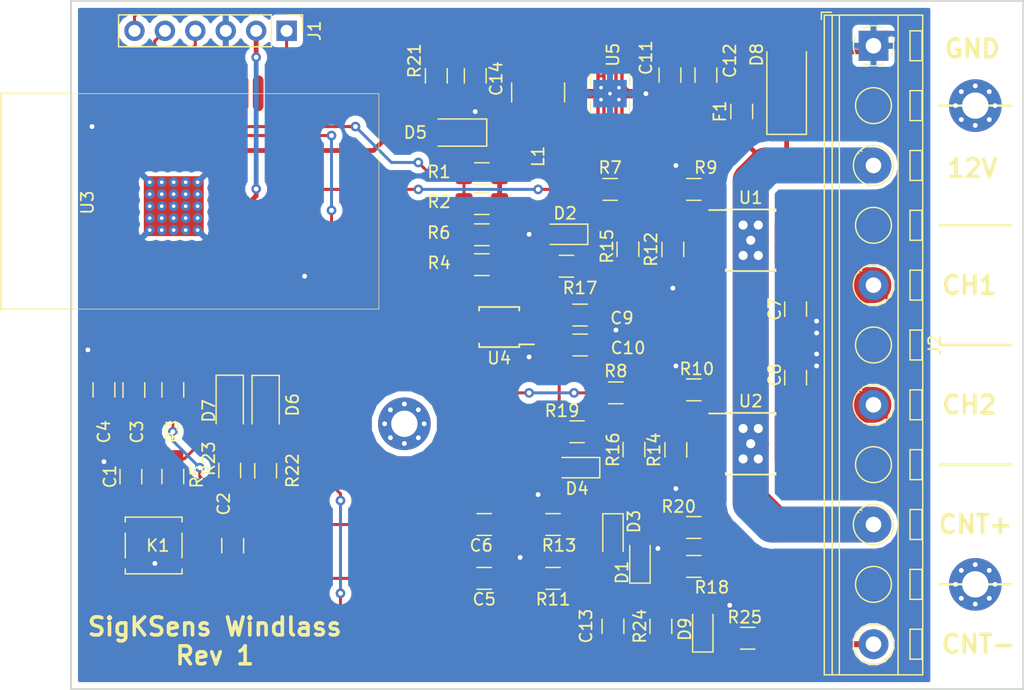
<source format=kicad_pcb>
(kicad_pcb (version 20171130) (host pcbnew "(5.0.1)-3")
  (layers (0 F.Cu signal) (31 B.Cu signal) (34 B.Paste user) (35 F.Paste user hide) (36 B.SilkS user) (37 F.SilkS user) (38 B.Mask user) (39 F.Mask user) (44 Edge.Cuts user))
  (net 0 "")
  (net 1 /PROG_RST)
  (net 2 /USB_VBUS)
  (net 3 /SCL)
  (net 4 +3V3)
  (net 5 /SDA)
  (net 6 GND)
  (net 7 "Net-(D6-Pad2)")
  (net 8 "Net-(D2-Pad1)")
  (net 9 "Net-(U1-Pad5)")
  (net 10 "Net-(U1-Pad6)")
  (net 11 "Net-(U1-Pad7)")
  (net 12 "Net-(U2-Pad5)")
  (net 13 "Net-(U2-Pad6)")
  (net 14 "Net-(U2-Pad7)")
  (net 15 /CH1_STATUS)
  (net 16 "Net-(R10-Pad2)")
  (net 17 "Net-(R9-Pad2)")
  (net 18 /CH2_EN)
  (net 19 "Net-(R8-Pad2)")
  (net 20 /CH1_EN)
  (net 21 "Net-(R7-Pad2)")
  (net 22 "Net-(C2-Pad1)")
  (net 23 "Net-(L1-Pad1)")
  (net 24 "Net-(U5-Pad4)")
  (net 25 "Net-(U5-Pad6)")
  (net 26 "Net-(U4-Pad2)")
  (net 27 /CH1_SENSE)
  (net 28 /CH2_SENSE)
  (net 29 "Net-(U4-Pad6)")
  (net 30 "Net-(U4-Pad7)")
  (net 31 "Net-(R14-Pad2)")
  (net 32 /CH2_LOAD)
  (net 33 +12V)
  (net 34 "Net-(R12-Pad2)")
  (net 35 /CH1_LOAD)
  (net 36 /WIFI_LED)
  (net 37 "Net-(D5-Pad2)")
  (net 38 "Net-(D4-Pad1)")
  (net 39 /CH2_STATUS)
  (net 40 "Net-(U3-Pad4)")
  (net 41 "Net-(U3-Pad5)")
  (net 42 /STATUS_LED)
  (net 43 /COUNTER_IN)
  (net 44 /COUNTER)
  (net 45 "Net-(D7-Pad2)")
  (net 46 "Net-(U3-Pad37)")
  (net 47 /TX0)
  (net 48 /RX0)
  (net 49 "Net-(U3-Pad32)")
  (net 50 "Net-(U3-Pad31)")
  (net 51 "Net-(U3-Pad30)")
  (net 52 "Net-(U3-Pad29)")
  (net 53 "Net-(U3-Pad28)")
  (net 54 "Net-(U3-Pad27)")
  (net 55 "Net-(U3-Pad26)")
  (net 56 /IO0)
  (net 57 "Net-(U3-Pad24)")
  (net 58 "Net-(U3-Pad23)")
  (net 59 "Net-(U3-Pad22)")
  (net 60 "Net-(U3-Pad21)")
  (net 61 "Net-(U3-Pad20)")
  (net 62 "Net-(U3-Pad19)")
  (net 63 "Net-(U3-Pad18)")
  (net 64 "Net-(U3-Pad17)")
  (net 65 "Net-(U3-Pad16)")
  (net 66 "Net-(U3-Pad9)")
  (net 67 "Net-(U3-Pad8)")
  (module MountingHole:MountingHole_2.2mm_M2_Pad_Via (layer F.Cu) (at 148.333274 85.333274)
    (fp_text reference "" (at 0 -3.2) (layer F.SilkS))
    (fp_text value MountingHole_2.2mm_M2_Pad_Via)
    (pad 1 thru_hole circle (at 1.166726 -1.166726) (size 0.7 0.7) (drill 0.4) (layers *.Cu *.Mask))
    (pad 1 thru_hole circle (at 0 -1.65) (size 0.7 0.7) (drill 0.4) (layers *.Cu *.Mask))
    (pad 1 thru_hole circle (at -1.166726 -1.166726) (size 0.7 0.7) (drill 0.4) (layers *.Cu *.Mask))
    (pad 1 thru_hole circle (at -1.65 0) (size 0.7 0.7) (drill 0.4) (layers *.Cu *.Mask))
    (pad 1 thru_hole circle (at -1.166726 1.166726) (size 0.7 0.7) (drill 0.4) (layers *.Cu *.Mask))
    (pad 1 thru_hole circle (at 0 1.65) (size 0.7 0.7) (drill 0.4) (layers *.Cu *.Mask))
    (pad 1 thru_hole circle (at 1.166726 1.166726) (size 0.7 0.7) (drill 0.4) (layers *.Cu *.Mask))
    (pad 1 thru_hole circle (at 1.65 0) (size 0.7 0.7) (drill 0.4) (layers *.Cu *.Mask))
    (pad 1 thru_hole circle (at 0 0) (size 4.4 4.4) (drill 2.2) (layers *.Cu *.Mask))
  )
  (module MountingHole:MountingHole_2.2mm_M2_Pad_Via (layer F.Cu) (at 196 98.75)
    (fp_text reference "" (at 0 -3.2) (layer F.SilkS))
    (fp_text value MountingHole_2.2mm_M2_Pad_Via)
    (pad 1 thru_hole circle (at 0 0) (size 4.4 4.4) (drill 2.2) (layers *.Cu *.Mask))
    (pad 1 thru_hole circle (at 1.65 0) (size 0.7 0.7) (drill 0.4) (layers *.Cu *.Mask))
    (pad 1 thru_hole circle (at 1.166726 1.166726) (size 0.7 0.7) (drill 0.4) (layers *.Cu *.Mask))
    (pad 1 thru_hole circle (at 0 1.65) (size 0.7 0.7) (drill 0.4) (layers *.Cu *.Mask))
    (pad 1 thru_hole circle (at -1.166726 1.166726) (size 0.7 0.7) (drill 0.4) (layers *.Cu *.Mask))
    (pad 1 thru_hole circle (at -1.65 0) (size 0.7 0.7) (drill 0.4) (layers *.Cu *.Mask))
    (pad 1 thru_hole circle (at -1.166726 -1.166726) (size 0.7 0.7) (drill 0.4) (layers *.Cu *.Mask))
    (pad 1 thru_hole circle (at 0 -1.65) (size 0.7 0.7) (drill 0.4) (layers *.Cu *.Mask))
    (pad 1 thru_hole circle (at 1.166726 -1.166726) (size 0.7 0.7) (drill 0.4) (layers *.Cu *.Mask))
  )
  (module Package_SO:Infineon_PG-TSDSO-14-22 (layer F.Cu) (at 177.25 70)
    (fp_text reference U1 (at 0 -3.556) (layer F.SilkS))
    (fp_text value BTS7004-1EPP)
    (pad 15 smd rect (at 0 0) (size 2.65 4) (layers F.Cu F.Mask) (net 33 +12V))
    (pad 8 smd rect (at 2.85 -1.95) (size 1.31 0.45) (layers F.Cu F.Paste F.Mask) (net 35 /CH1_LOAD))
    (pad 8 smd rect (at 2.85 -1.3) (size 1.31 0.45) (layers F.Cu F.Paste F.Mask) (net 35 /CH1_LOAD))
    (pad 8 smd rect (at 2.85 -0.65) (size 1.31 0.45) (layers F.Cu F.Paste F.Mask) (net 35 /CH1_LOAD))
    (pad 8 smd rect (at 2.85 0) (size 1.31 0.45) (layers F.Cu F.Paste F.Mask) (net 35 /CH1_LOAD))
    (pad 8 smd rect (at 2.85 0.65) (size 1.31 0.45) (layers F.Cu F.Paste F.Mask) (net 35 /CH1_LOAD))
    (pad 8 smd rect (at 2.85 1.3) (size 1.31 0.45) (layers F.Cu F.Paste F.Mask) (net 35 /CH1_LOAD))
    (pad 8 smd rect (at 2.85 1.95) (size 1.31 0.45) (layers F.Cu F.Paste F.Mask) (net 35 /CH1_LOAD))
    (pad 7 smd rect (at -2.85 1.95) (size 1.31 0.45) (layers F.Cu F.Paste F.Mask) (net 11 "Net-(U1-Pad7)"))
    (pad 6 smd rect (at -2.85 1.3) (size 1.31 0.45) (layers F.Cu F.Paste F.Mask) (net 10 "Net-(U1-Pad6)"))
    (pad 5 smd rect (at -2.85 0.65) (size 1.31 0.45) (layers F.Cu F.Paste F.Mask) (net 9 "Net-(U1-Pad5)"))
    (pad 4 smd rect (at -2.845 0) (size 1.31 0.45) (layers F.Cu F.Paste F.Mask) (net 34 "Net-(R12-Pad2)"))
    (pad 3 smd rect (at -2.85 -0.65) (size 1.31 0.45) (layers F.Cu F.Paste F.Mask) (net 21 "Net-(R7-Pad2)"))
    (pad 2 smd rect (at -2.85 -1.3) (size 1.31 0.45) (layers F.Cu F.Paste F.Mask) (net 21 "Net-(R7-Pad2)"))
    (pad 1 smd rect (at -2.85 -1.95) (size 1.31 0.45) (layers F.Cu F.Paste F.Mask) (net 17 "Net-(R9-Pad2)"))
    (pad 15 thru_hole circle (at -0.635 -1.27) (size 1.524 1.524) (drill 0.762) (layers *.Cu *.Mask) (net 33 +12V))
    (pad 15 thru_hole circle (at 0.635 -1.27) (size 1.524 1.524) (drill 0.762) (layers *.Cu *.Mask) (net 33 +12V))
    (pad 15 thru_hole circle (at 0 0) (size 1.524 1.524) (drill 0.762) (layers *.Cu *.Mask) (net 33 +12V))
    (pad 15 thru_hole circle (at -0.635 1.27) (size 1.524 1.524) (drill 0.762) (layers *.Cu *.Mask) (net 33 +12V))
    (pad 15 thru_hole circle (at 0.635 1.27) (size 1.524 1.524) (drill 0.762) (layers *.Cu *.Mask) (net 33 +12V))
  )
  (module Package_SO:Infineon_PG-TSDSO-14-22 (layer F.Cu) (at 177.25 87)
    (fp_text reference U2 (at 0 -3.556) (layer F.SilkS))
    (fp_text value BTS7004-1EPP)
    (pad 1 smd rect (at -2.85 -1.95) (size 1.31 0.45) (layers F.Cu F.Paste F.Mask) (net 16 "Net-(R10-Pad2)"))
    (pad 2 smd rect (at -2.85 -1.3) (size 1.31 0.45) (layers F.Cu F.Paste F.Mask) (net 19 "Net-(R8-Pad2)"))
    (pad 3 smd rect (at -2.85 -0.65) (size 1.31 0.45) (layers F.Cu F.Paste F.Mask) (net 19 "Net-(R8-Pad2)"))
    (pad 4 smd rect (at -2.845 0) (size 1.31 0.45) (layers F.Cu F.Paste F.Mask) (net 31 "Net-(R14-Pad2)"))
    (pad 5 smd rect (at -2.85 0.65) (size 1.31 0.45) (layers F.Cu F.Paste F.Mask) (net 12 "Net-(U2-Pad5)"))
    (pad 6 smd rect (at -2.85 1.3) (size 1.31 0.45) (layers F.Cu F.Paste F.Mask) (net 13 "Net-(U2-Pad6)"))
    (pad 7 smd rect (at -2.85 1.95) (size 1.31 0.45) (layers F.Cu F.Paste F.Mask) (net 14 "Net-(U2-Pad7)"))
    (pad 8 smd rect (at 2.85 1.95) (size 1.31 0.45) (layers F.Cu F.Paste F.Mask) (net 32 /CH2_LOAD))
    (pad 8 smd rect (at 2.85 1.3) (size 1.31 0.45) (layers F.Cu F.Paste F.Mask) (net 32 /CH2_LOAD))
    (pad 8 smd rect (at 2.85 0.65) (size 1.31 0.45) (layers F.Cu F.Paste F.Mask) (net 32 /CH2_LOAD))
    (pad 8 smd rect (at 2.85 0) (size 1.31 0.45) (layers F.Cu F.Paste F.Mask) (net 32 /CH2_LOAD))
    (pad 8 smd rect (at 2.85 -0.65) (size 1.31 0.45) (layers F.Cu F.Paste F.Mask) (net 32 /CH2_LOAD))
    (pad 8 smd rect (at 2.85 -1.3) (size 1.31 0.45) (layers F.Cu F.Paste F.Mask) (net 32 /CH2_LOAD))
    (pad 8 smd rect (at 2.85 -1.95) (size 1.31 0.45) (layers F.Cu F.Paste F.Mask) (net 32 /CH2_LOAD))
    (pad 15 smd rect (at 0 0) (size 2.65 4) (layers F.Cu F.Mask) (net 33 +12V))
    (pad 15 thru_hole circle (at -0.635 -1.27) (size 1.524 1.524) (drill 0.762) (layers *.Cu *.Mask) (net 33 +12V))
    (pad 15 thru_hole circle (at 0 0) (size 1.524 1.524) (drill 0.762) (layers *.Cu *.Mask) (net 33 +12V))
    (pad 15 thru_hole circle (at -0.635 1.27) (size 1.524 1.524) (drill 0.762) (layers *.Cu *.Mask) (net 33 +12V))
    (pad 15 thru_hole circle (at 0.635 -1.27) (size 1.524 1.524) (drill 0.762) (layers *.Cu *.Mask) (net 33 +12V))
    (pad 15 thru_hole circle (at 0.635 1.27) (size 1.524 1.524) (drill 0.762) (layers *.Cu *.Mask) (net 33 +12V))
  )
  (module TerminalBlock_RND:TerminalBlock_RND_205-00302_1x06_P10.00mm_Horizontal (layer F.Cu) (at 187.5 53.75 270)
    (fp_text reference J2 (at 25 -5.11 270) (layer F.SilkS))
    (fp_text value Screw_Terminal_01x06)
    (pad 1 thru_hole rect (at 0 0 270) (size 2.5 2.5) (drill 1.3) (layers *.Cu *.Mask) (net 6 GND))
    (pad 2 thru_hole circle (at 10 0 270) (size 2.5 2.5) (drill 1.3) (layers *.Cu *.Mask) (net 33 +12V))
    (pad 3 thru_hole circle (at 20 0 270) (size 2.5 2.5) (drill 1.3) (layers *.Cu *.Mask) (net 35 /CH1_LOAD))
    (pad 4 thru_hole circle (at 30 0 270) (size 2.5 2.5) (drill 1.3) (layers *.Cu *.Mask) (net 32 /CH2_LOAD))
    (pad 5 thru_hole circle (at 40 0 270) (size 2.5 2.5) (drill 1.3) (layers *.Cu *.Mask) (net 33 +12V))
    (pad 6 thru_hole circle (at 50 0 270) (size 2.5 2.5) (drill 1.3) (layers *.Cu *.Mask) (net 43 /COUNTER_IN))
  )
  (module Capacitor_SMD:C_1206_3216Metric_Pad1.42x1.75mm_HandSolder (layer F.Cu) (at 125.5 89.75 270)
    (fp_text reference C1 (at 0 1.75 270) (layer F.SilkS))
    (fp_text value 100nF)
    (pad 1 smd roundrect (at -1.4875 0 270) (size 1.425 1.75) (layers F.Cu F.Paste F.Mask) (roundrect_rratio 0.175439) (net 1 /PROG_RST))
    (pad 2 smd roundrect (at 1.4875 0 270) (size 1.425 1.75) (layers F.Cu F.Paste F.Mask) (roundrect_rratio 0.175439) (net 6 GND))
  )
  (module Button_Switch_SMD:SW_SPST_TL3305A (layer F.Cu) (at 127.4 95.5)
    (fp_text reference K1 (at 0.35 0.006588) (layer F.SilkS))
    (fp_text value RESET)
    (pad 1 smd rect (at 3.6 -1.5) (size 1.6 1.4) (layers F.Cu F.Paste F.Mask) (net 22 "Net-(C2-Pad1)"))
    (pad 1 smd rect (at -3.6 -1.5) (size 1.6 1.4) (layers F.Cu F.Paste F.Mask) (net 22 "Net-(C2-Pad1)"))
    (pad 2 smd rect (at 3.6 1.5) (size 1.6 1.4) (layers F.Cu F.Paste F.Mask) (net 6 GND))
    (pad 2 smd rect (at -3.6 1.5) (size 1.6 1.4) (layers F.Cu F.Paste F.Mask) (net 6 GND))
  )
  (module Capacitor_SMD:C_1206_3216Metric_Pad1.42x1.75mm_HandSolder (layer F.Cu) (at 154.25 56.2625 270)
    (fp_text reference C14 (at 0.2375 -1.75 270) (layer F.SilkS))
    (fp_text value 220uF/10mOhm)
    (pad 1 smd roundrect (at -1.4875 0 270) (size 1.425 1.75) (layers F.Cu F.Paste F.Mask) (roundrect_rratio 0.175439) (net 4 +3V3))
    (pad 2 smd roundrect (at 1.4875 0 270) (size 1.425 1.75) (layers F.Cu F.Paste F.Mask) (roundrect_rratio 0.175439) (net 6 GND))
  )
  (module Capacitor_SMD:C_1206_3216Metric_Pad1.42x1.75mm_HandSolder (layer F.Cu) (at 173.509131 56.201376 90)
    (fp_text reference C12 (at 1.201376 2 90) (layer F.SilkS))
    (fp_text value 4.7uF/50V)
    (pad 2 smd roundrect (at 1.4875 0 90) (size 1.425 1.75) (layers F.Cu F.Paste F.Mask) (roundrect_rratio 0.175439) (net 6 GND))
    (pad 1 smd roundrect (at -1.4875 0 90) (size 1.425 1.75) (layers F.Cu F.Paste F.Mask) (roundrect_rratio 0.175439) (net 2 /USB_VBUS))
  )
  (module Capacitor_SMD:C_1206_3216Metric_Pad1.42x1.75mm_HandSolder (layer F.Cu) (at 170.509131 56.201376 90)
    (fp_text reference C11 (at 1.451376 -2.009131 90) (layer F.SilkS))
    (fp_text value 10nf)
    (pad 1 smd roundrect (at -1.4875 0 90) (size 1.425 1.75) (layers F.Cu F.Paste F.Mask) (roundrect_rratio 0.175439) (net 2 /USB_VBUS))
    (pad 2 smd roundrect (at 1.4875 0 90) (size 1.425 1.75) (layers F.Cu F.Paste F.Mask) (roundrect_rratio 0.175439) (net 6 GND))
  )
  (module Capacitor_SMD:C_1206_3216Metric_Pad1.42x1.75mm_HandSolder (layer F.Cu) (at 163.0125 78.75)
    (fp_text reference C10 (at 4 0.25) (layer F.SilkS))
    (fp_text value 220pF)
    (pad 2 smd roundrect (at 1.4875 0) (size 1.425 1.75) (layers F.Cu F.Paste F.Mask) (roundrect_rratio 0.175439) (net 6 GND))
    (pad 1 smd roundrect (at -1.4875 0) (size 1.425 1.75) (layers F.Cu F.Paste F.Mask) (roundrect_rratio 0.175439) (net 28 /CH2_SENSE))
  )
  (module Capacitor_SMD:C_1206_3216Metric_Pad1.42x1.75mm_HandSolder (layer F.Cu) (at 163 76.25)
    (fp_text reference C9 (at 3.5 0.25) (layer F.SilkS))
    (fp_text value 220pF)
    (pad 1 smd roundrect (at -1.4875 0) (size 1.425 1.75) (layers F.Cu F.Paste F.Mask) (roundrect_rratio 0.175439) (net 27 /CH1_SENSE))
    (pad 2 smd roundrect (at 1.4875 0) (size 1.425 1.75) (layers F.Cu F.Paste F.Mask) (roundrect_rratio 0.175439) (net 6 GND))
  )
  (module Capacitor_SMD:C_1206_3216Metric_Pad1.42x1.75mm_HandSolder (layer F.Cu) (at 181 81.4875 90)
    (fp_text reference C8 (at 0.2375 -1.75 90) (layer F.SilkS))
    (fp_text value 10nf)
    (pad 2 smd roundrect (at 1.4875 0 90) (size 1.425 1.75) (layers F.Cu F.Paste F.Mask) (roundrect_rratio 0.175439) (net 6 GND))
    (pad 1 smd roundrect (at -1.4875 0 90) (size 1.425 1.75) (layers F.Cu F.Paste F.Mask) (roundrect_rratio 0.175439) (net 32 /CH2_LOAD))
  )
  (module Capacitor_SMD:C_1206_3216Metric_Pad1.42x1.75mm_HandSolder (layer F.Cu) (at 181 75.7625 270)
    (fp_text reference C7 (at 0 1.75 270) (layer F.SilkS))
    (fp_text value 10nf)
    (pad 1 smd roundrect (at -1.4875 0 270) (size 1.425 1.75) (layers F.Cu F.Paste F.Mask) (roundrect_rratio 0.175439) (net 35 /CH1_LOAD))
    (pad 2 smd roundrect (at 1.4875 0 270) (size 1.425 1.75) (layers F.Cu F.Paste F.Mask) (roundrect_rratio 0.175439) (net 6 GND))
  )
  (module Capacitor_SMD:C_1206_3216Metric_Pad1.42x1.75mm_HandSolder (layer F.Cu) (at 134 95.5125 270)
    (fp_text reference C2 (at -3.4875 0.75 270) (layer F.SilkS))
    (fp_text value 100nF)
    (pad 2 smd roundrect (at 1.4875 0 270) (size 1.425 1.75) (layers F.Cu F.Paste F.Mask) (roundrect_rratio 0.175439) (net 6 GND))
    (pad 1 smd roundrect (at -1.4875 0 270) (size 1.425 1.75) (layers F.Cu F.Paste F.Mask) (roundrect_rratio 0.175439) (net 22 "Net-(C2-Pad1)"))
  )
  (module Capacitor_SMD:C_1206_3216Metric_Pad1.42x1.75mm_HandSolder (layer F.Cu) (at 125.75 82.5125 90)
    (fp_text reference C3 (at -3.5 0.25 90) (layer F.SilkS))
    (fp_text value 100nF)
    (pad 1 smd roundrect (at -1.4875 0 90) (size 1.425 1.75) (layers F.Cu F.Paste F.Mask) (roundrect_rratio 0.175439) (net 6 GND))
    (pad 2 smd roundrect (at 1.4875 0 90) (size 1.425 1.75) (layers F.Cu F.Paste F.Mask) (roundrect_rratio 0.175439) (net 4 +3V3))
  )
  (module Capacitor_SMD:C_1206_3216Metric_Pad1.42x1.75mm_HandSolder (layer F.Cu) (at 123.25 82.5 90)
    (fp_text reference C4 (at -3.5 0 90) (layer F.SilkS))
    (fp_text value 10uF)
    (pad 2 smd roundrect (at 1.4875 0 90) (size 1.425 1.75) (layers F.Cu F.Paste F.Mask) (roundrect_rratio 0.175439) (net 4 +3V3))
    (pad 1 smd roundrect (at -1.4875 0 90) (size 1.425 1.75) (layers F.Cu F.Paste F.Mask) (roundrect_rratio 0.175439) (net 6 GND))
  )
  (module Capacitor_SMD:C_1206_3216Metric_Pad1.42x1.75mm_HandSolder (layer F.Cu) (at 165.75 102.25 90)
    (fp_text reference C13 (at 0.0125 -2.25 90) (layer F.SilkS))
    (fp_text value 220pF)
    (pad 1 smd roundrect (at -1.4875 0 90) (size 1.425 1.75) (layers F.Cu F.Paste F.Mask) (roundrect_rratio 0.175439) (net 44 /COUNTER))
    (pad 2 smd roundrect (at 1.4875 0 90) (size 1.425 1.75) (layers F.Cu F.Paste F.Mask) (roundrect_rratio 0.175439) (net 6 GND))
  )
  (module Capacitor_SMD:C_1206_3216Metric_Pad1.42x1.75mm_HandSolder (layer F.Cu) (at 155 98.25)
    (fp_text reference C5 (at 0 1.75) (layer F.SilkS))
    (fp_text value 220pF)
    (pad 2 smd roundrect (at 1.4875 0) (size 1.425 1.75) (layers F.Cu F.Paste F.Mask) (roundrect_rratio 0.175439) (net 6 GND))
    (pad 1 smd roundrect (at -1.4875 0) (size 1.425 1.75) (layers F.Cu F.Paste F.Mask) (roundrect_rratio 0.175439) (net 15 /CH1_STATUS))
  )
  (module Capacitor_SMD:C_1206_3216Metric_Pad1.42x1.75mm_HandSolder (layer F.Cu) (at 155 93.75)
    (fp_text reference C6 (at -0.25 1.75) (layer F.SilkS))
    (fp_text value 220pF)
    (pad 1 smd roundrect (at -1.4875 0) (size 1.425 1.75) (layers F.Cu F.Paste F.Mask) (roundrect_rratio 0.175439) (net 39 /CH2_STATUS))
    (pad 2 smd roundrect (at 1.4875 0) (size 1.425 1.75) (layers F.Cu F.Paste F.Mask) (roundrect_rratio 0.175439) (net 6 GND))
  )
  (module Connector_PinHeader_2.54mm:PinHeader_1x06_P2.54mm_Vertical (layer F.Cu) (at 138.5 52.5 270)
    (fp_text reference J1 (at 0 -2.33 270) (layer F.SilkS))
    (fp_text value Conn_01x06)
    (pad 1 thru_hole rect (at 0 0 270) (size 1.7 1.7) (drill 1) (layers *.Cu *.Mask) (net 56 /IO0))
    (pad 2 thru_hole oval (at 0 2.54 270) (size 1.7 1.7) (drill 1) (layers *.Cu *.Mask) (net 1 /PROG_RST))
    (pad 3 thru_hole oval (at 0 5.08 270) (size 1.7 1.7) (drill 1) (layers *.Cu *.Mask) (net 6 GND))
    (pad 4 thru_hole oval (at 0 7.62 270) (size 1.7 1.7) (drill 1) (layers *.Cu *.Mask) (net 48 /RX0))
    (pad 5 thru_hole oval (at 0 10.16 270) (size 1.7 1.7) (drill 1) (layers *.Cu *.Mask) (net 47 /TX0))
    (pad 6 thru_hole oval (at 0 12.7 270) (size 1.7 1.7) (drill 1) (layers *.Cu *.Mask) (net 2 /USB_VBUS))
  )
  (module Diode_SMD:D_SMA_Handsoldering (layer F.Cu) (at 180.25 56.75 90)
    (fp_text reference D8 (at 2.25 -2.5 90) (layer F.SilkS))
    (fp_text value SMAJ36CA)
    (pad 1 smd rect (at -2.5 0 90) (size 3.5 1.8) (layers F.Cu F.Paste F.Mask) (net 33 +12V))
    (pad 2 smd rect (at 2.5 0 90) (size 3.5 1.8) (layers F.Cu F.Paste F.Mask) (net 6 GND))
  )
  (module Diode_SMD:D_SOD-323_HandSoldering (layer F.Cu) (at 173.25 102.5 90)
    (fp_text reference D9 (at 0 -1.5 90) (layer F.SilkS))
    (fp_text value 3.3V)
    (pad 1 smd rect (at -1.25 0 90) (size 1 1) (layers F.Cu F.Paste F.Mask) (net 44 /COUNTER))
    (pad 2 smd rect (at 1.25 0 90) (size 1 1) (layers F.Cu F.Paste F.Mask) (net 6 GND))
  )
  (module Fuse:Fuse_1206_3216Metric_Pad1.42x1.75mm_HandSolder (layer F.Cu) (at 176.5 59.2375 90)
    (fp_text reference F1 (at 0 -1.82 90) (layer F.SilkS))
    (fp_text value 200mA/60V)
    (pad 1 smd roundrect (at -1.4875 0 90) (size 1.425 1.75) (layers F.Cu F.Paste F.Mask) (roundrect_rratio 0.175439) (net 33 +12V))
    (pad 2 smd roundrect (at 1.4875 0 90) (size 1.425 1.75) (layers F.Cu F.Paste F.Mask) (roundrect_rratio 0.175439) (net 2 /USB_VBUS))
  )
  (module Inductor_SMD:L_2816_7142Metric_Pad3.20x4.45mm_HandSolder (layer F.Cu) (at 159.5 57.65 90)
    (fp_text reference L1 (at -5.35 0 90) (layer F.SilkS))
    (fp_text value 4.7uH)
    (pad 1 smd roundrect (at -2.6 0 90) (size 3.2 4.45) (layers F.Cu F.Paste F.Mask) (roundrect_rratio 0.078125) (net 23 "Net-(L1-Pad1)"))
    (pad 2 smd roundrect (at 2.6 0 90) (size 3.2 4.45) (layers F.Cu F.Paste F.Mask) (roundrect_rratio 0.078125) (net 4 +3V3))
  )
  (module LED_SMD:LED_1206_3216Metric_Pad1.42x1.75mm_HandSolder (layer F.Cu) (at 152.75 61 180)
    (fp_text reference D5 (at 3.5 0 180) (layer F.SilkS))
    (fp_text value PWR_LED)
    (pad 1 smd roundrect (at -1.4875 0 180) (size 1.425 1.75) (layers F.Cu F.Paste F.Mask) (roundrect_rratio 0.175439) (net 6 GND))
    (pad 2 smd roundrect (at 1.4875 0 180) (size 1.425 1.75) (layers F.Cu F.Paste F.Mask) (roundrect_rratio 0.175439) (net 37 "Net-(D5-Pad2)"))
  )
  (module LED_SMD:LED_1206_3216Metric_Pad1.42x1.75mm_HandSolder (layer F.Cu) (at 136.75 83.75 270)
    (fp_text reference D6 (at 0 -2.25 270) (layer F.SilkS))
    (fp_text value LED_WIFI)
    (pad 2 smd roundrect (at 1.4875 0 270) (size 1.425 1.75) (layers F.Cu F.Paste F.Mask) (roundrect_rratio 0.175439) (net 7 "Net-(D6-Pad2)"))
    (pad 1 smd roundrect (at -1.4875 0 270) (size 1.425 1.75) (layers F.Cu F.Paste F.Mask) (roundrect_rratio 0.175439) (net 36 /WIFI_LED))
  )
  (module LED_SMD:LED_1206_3216Metric_Pad1.42x1.75mm_HandSolder (layer F.Cu) (at 133.75 83.7375 270)
    (fp_text reference D7 (at 0.5125 1.75 270) (layer F.SilkS))
    (fp_text value LED_STATUS)
    (pad 1 smd roundrect (at -1.4875 0 270) (size 1.425 1.75) (layers F.Cu F.Paste F.Mask) (roundrect_rratio 0.175439) (net 42 /STATUS_LED))
    (pad 2 smd roundrect (at 1.4875 0 270) (size 1.425 1.75) (layers F.Cu F.Paste F.Mask) (roundrect_rratio 0.175439) (net 45 "Net-(D7-Pad2)"))
  )
  (module Package_SO:MSOP-10_3x3mm_P0.5mm (layer F.Cu) (at 156.25 77.25 180)
    (fp_text reference U4 (at 0 -2.6 180) (layer F.SilkS))
    (fp_text value ADS1015IDGS)
    (pad 1 smd rect (at -2.2 -1 180) (size 1.4 0.3) (layers F.Cu F.Paste F.Mask) (net 6 GND))
    (pad 2 smd rect (at -2.2 -0.5 180) (size 1.4 0.3) (layers F.Cu F.Paste F.Mask) (net 26 "Net-(U4-Pad2)"))
    (pad 3 smd rect (at -2.2 0 180) (size 1.4 0.3) (layers F.Cu F.Paste F.Mask) (net 6 GND))
    (pad 4 smd rect (at -2.2 0.5 180) (size 1.4 0.3) (layers F.Cu F.Paste F.Mask) (net 28 /CH2_SENSE))
    (pad 5 smd rect (at -2.2 1 180) (size 1.4 0.3) (layers F.Cu F.Paste F.Mask) (net 27 /CH1_SENSE))
    (pad 6 smd rect (at 2.2 1 180) (size 1.4 0.3) (layers F.Cu F.Paste F.Mask) (net 29 "Net-(U4-Pad6)"))
    (pad 7 smd rect (at 2.2 0.5 180) (size 1.4 0.3) (layers F.Cu F.Paste F.Mask) (net 30 "Net-(U4-Pad7)"))
    (pad 8 smd rect (at 2.2 0 180) (size 1.4 0.3) (layers F.Cu F.Paste F.Mask) (net 4 +3V3))
    (pad 9 smd rect (at 2.2 -0.5 180) (size 1.4 0.3) (layers F.Cu F.Paste F.Mask) (net 5 /SDA))
    (pad 10 smd rect (at 2.2 -1 180) (size 1.4 0.3) (layers F.Cu F.Paste F.Mask) (net 3 /SCL))
  )
  (module RF_Module:ESP32-WROVER (layer F.Cu) (at 121.25 66.75 90)
    (fp_text reference U3 (at -0.1 0.62 90) (layer F.SilkS))
    (fp_text value ESP32-WROVER hide)
    (pad 39 thru_hole circle (at 1.6 5.82 90) (size 0.8 0.8) (drill 0.3) (layers *.Cu *.Mask) (net 6 GND))
    (pad 39 thru_hole circle (at 1.6 6.82 90) (size 0.8 0.8) (drill 0.3) (layers *.Cu *.Mask) (net 6 GND))
    (pad 39 thru_hole circle (at 1.6 7.82 90) (size 0.8 0.8) (drill 0.3) (layers *.Cu *.Mask) (net 6 GND))
    (pad 39 thru_hole circle (at 1.6 8.82 90) (size 0.8 0.8) (drill 0.3) (layers *.Cu *.Mask) (net 6 GND))
    (pad 39 thru_hole circle (at 1.6 9.82 90) (size 0.8 0.8) (drill 0.3) (layers *.Cu *.Mask) (net 6 GND))
    (pad 39 thru_hole circle (at -0.4 5.82 90) (size 0.8 0.8) (drill 0.3) (layers *.Cu *.Mask) (net 6 GND))
    (pad 39 thru_hole circle (at -0.4 6.82 90) (size 0.8 0.8) (drill 0.3) (layers *.Cu *.Mask) (net 6 GND))
    (pad 39 thru_hole circle (at -0.4 7.82 90) (size 0.8 0.8) (drill 0.3) (layers *.Cu *.Mask) (net 6 GND))
    (pad 39 thru_hole circle (at -0.4 8.82 90) (size 0.8 0.8) (drill 0.3) (layers *.Cu *.Mask) (net 6 GND))
    (pad 39 thru_hole circle (at -0.4 9.82 90) (size 0.8 0.8) (drill 0.3) (layers *.Cu *.Mask) (net 6 GND))
    (pad 39 thru_hole circle (at 0.6 9.82 90) (size 0.8 0.8) (drill 0.3) (layers *.Cu *.Mask) (net 6 GND))
    (pad 39 thru_hole circle (at 0.6 8.82 90) (size 0.8 0.8) (drill 0.3) (layers *.Cu *.Mask) (net 6 GND))
    (pad 39 thru_hole circle (at 0.6 7.82 90) (size 0.8 0.8) (drill 0.3) (layers *.Cu *.Mask) (net 6 GND))
    (pad 39 thru_hole circle (at 0.6 6.82 90) (size 0.8 0.8) (drill 0.3) (layers *.Cu *.Mask) (net 6 GND))
    (pad 39 thru_hole circle (at 0.6 5.82 90) (size 0.8 0.8) (drill 0.3) (layers *.Cu *.Mask) (net 6 GND))
    (pad 39 thru_hole circle (at -1.4 5.82 90) (size 0.8 0.8) (drill 0.3) (layers *.Cu *.Mask) (net 6 GND))
    (pad 39 thru_hole circle (at -1.4 6.82 90) (size 0.8 0.8) (drill 0.3) (layers *.Cu *.Mask) (net 6 GND))
    (pad 39 thru_hole circle (at -1.4 7.82 90) (size 0.8 0.8) (drill 0.3) (layers *.Cu *.Mask) (net 6 GND))
    (pad 39 thru_hole circle (at -1.4 8.82 90) (size 0.8 0.8) (drill 0.3) (layers *.Cu *.Mask) (net 6 GND))
    (pad 39 thru_hole circle (at -1.4 9.82 90) (size 0.8 0.8) (drill 0.3) (layers *.Cu *.Mask) (net 6 GND))
    (pad 39 thru_hole circle (at -2.4 9.82 90) (size 0.8 0.8) (drill 0.3) (layers *.Cu *.Mask) (net 6 GND))
    (pad 39 thru_hole circle (at -2.4 8.82 90) (size 0.8 0.8) (drill 0.3) (layers *.Cu *.Mask) (net 6 GND))
    (pad 39 thru_hole circle (at -2.4 7.82 90) (size 0.8 0.8) (drill 0.3) (layers *.Cu *.Mask) (net 6 GND))
    (pad 39 thru_hole circle (at -2.4 6.82 90) (size 0.8 0.8) (drill 0.3) (layers *.Cu *.Mask) (net 6 GND))
    (pad 38 smd oval (at 9.03 0.91 90) (size 3 0.9) (layers F.Cu F.Paste F.Mask) (net 6 GND))
    (pad 37 smd oval (at 9.03 2.18 90) (size 3 0.9) (layers F.Cu F.Paste F.Mask) (net 46 "Net-(U3-Pad37)"))
    (pad 36 smd oval (at 9.03 3.45 90) (size 3 0.9) (layers F.Cu F.Paste F.Mask) (net 3 /SCL))
    (pad 35 smd oval (at 9.03 4.72 90) (size 3 0.9) (layers F.Cu F.Paste F.Mask) (net 47 /TX0))
    (pad 34 smd oval (at 9.03 5.99 90) (size 3 0.9) (layers F.Cu F.Paste F.Mask) (net 48 /RX0))
    (pad 33 smd oval (at 9.03 7.26 90) (size 3 0.9) (layers F.Cu F.Paste F.Mask) (net 5 /SDA))
    (pad 32 smd oval (at 9.03 8.53 90) (size 3 0.9) (layers F.Cu F.Paste F.Mask) (net 49 "Net-(U3-Pad32)"))
    (pad 31 smd oval (at 9.03 9.8 90) (size 3 0.9) (layers F.Cu F.Paste F.Mask) (net 50 "Net-(U3-Pad31)"))
    (pad 30 smd oval (at 9.03 11.07 90) (size 3 0.9) (layers F.Cu F.Paste F.Mask) (net 51 "Net-(U3-Pad30)"))
    (pad 29 smd oval (at 9.03 12.34 90) (size 3 0.9) (layers F.Cu F.Paste F.Mask) (net 52 "Net-(U3-Pad29)"))
    (pad 28 smd oval (at 9.03 13.61 90) (size 3 0.9) (layers F.Cu F.Paste F.Mask) (net 53 "Net-(U3-Pad28)"))
    (pad 27 smd oval (at 9.03 14.88 90) (size 3 0.9) (layers F.Cu F.Paste F.Mask) (net 54 "Net-(U3-Pad27)"))
    (pad 26 smd oval (at 9.03 16.15 90) (size 3 0.9) (layers F.Cu F.Paste F.Mask) (net 55 "Net-(U3-Pad26)"))
    (pad 25 smd oval (at 9.03 17.42 90) (size 3 0.9) (layers F.Cu F.Paste F.Mask) (net 56 /IO0))
    (pad 24 smd oval (at 9 18.72 90) (size 3 0.9) (layers F.Cu F.Paste F.Mask) (net 57 "Net-(U3-Pad24)"))
    (pad 23 smd oval (at 9 19.99 90) (size 3 0.9) (layers F.Cu F.Paste F.Mask) (net 58 "Net-(U3-Pad23)"))
    (pad 22 smd oval (at 9 21.26 90) (size 3 0.9) (layers F.Cu F.Paste F.Mask) (net 59 "Net-(U3-Pad22)"))
    (pad 21 smd oval (at 9 22.53 90) (size 3 0.9) (layers F.Cu F.Paste F.Mask) (net 60 "Net-(U3-Pad21)"))
    (pad 20 smd oval (at 9 23.8 90) (size 3 0.9) (layers F.Cu F.Paste F.Mask) (net 61 "Net-(U3-Pad20)"))
    (pad 19 smd oval (at -9 23.8 90) (size 3 0.9) (layers F.Cu F.Paste F.Mask) (net 62 "Net-(U3-Pad19)"))
    (pad 18 smd oval (at -9 22.53 90) (size 3 0.9) (layers F.Cu F.Paste F.Mask) (net 63 "Net-(U3-Pad18)"))
    (pad 17 smd oval (at -9 21.26 90) (size 3 0.9) (layers F.Cu F.Paste F.Mask) (net 64 "Net-(U3-Pad17)"))
    (pad 16 smd oval (at -9 19.99 90) (size 3 0.9) (layers F.Cu F.Paste F.Mask) (net 65 "Net-(U3-Pad16)"))
    (pad 15 smd oval (at -9 18.72 90) (size 3 0.9) (layers F.Cu F.Paste F.Mask) (net 6 GND))
    (pad 14 smd oval (at -9 17.42 90) (size 3 0.9) (layers F.Cu F.Paste F.Mask) (net 44 /COUNTER))
    (pad 13 smd oval (at -9 16.15 90) (size 3 0.9) (layers F.Cu F.Paste F.Mask) (net 18 /CH2_EN))
    (pad 12 smd oval (at -9 14.88 90) (size 3 0.9) (layers F.Cu F.Paste F.Mask) (net 39 /CH2_STATUS))
    (pad 11 smd oval (at -9 13.61 90) (size 3 0.9) (layers F.Cu F.Paste F.Mask) (net 20 /CH1_EN))
    (pad 10 smd oval (at -9 12.34 90) (size 3 0.9) (layers F.Cu F.Paste F.Mask) (net 15 /CH1_STATUS))
    (pad 9 smd oval (at -9 11.07 90) (size 3 0.9) (layers F.Cu F.Paste F.Mask) (net 66 "Net-(U3-Pad9)"))
    (pad 8 smd oval (at -9 9.8 90) (size 3 0.9) (layers F.Cu F.Paste F.Mask) (net 67 "Net-(U3-Pad8)"))
    (pad 7 smd oval (at -9 8.53 90) (size 3 0.9) (layers F.Cu F.Paste F.Mask) (net 36 /WIFI_LED))
    (pad 6 smd oval (at -9 7.26 90) (size 3 0.9) (layers F.Cu F.Paste F.Mask) (net 42 /STATUS_LED))
    (pad 5 smd oval (at -9 5.99 90) (size 3 0.9) (layers F.Cu F.Paste F.Mask) (net 41 "Net-(U3-Pad5)"))
    (pad 4 smd oval (at -9 4.72 90) (size 3 0.9) (layers F.Cu F.Paste F.Mask) (net 40 "Net-(U3-Pad4)"))
    (pad 3 smd oval (at -9 3.45 90) (size 3 0.9) (layers F.Cu F.Paste F.Mask) (net 1 /PROG_RST))
    (pad 2 smd oval (at -9 2.18 90) (size 3 0.9) (layers F.Cu F.Paste F.Mask) (net 4 +3V3))
    (pad 1 smd oval (at -9 0.91 90) (size 3 0.9) (layers F.Cu F.Paste F.Mask) (net 6 GND))
    (pad 39 smd rect (at -0.4 7.83 90) (size 5 5) (layers F.Cu F.Paste F.Mask) (net 6 GND))
    (pad 39 thru_hole circle (at -2.4 5.82 90) (size 0.8 0.8) (drill 0.3) (layers *.Cu *.Mask) (net 6 GND))
  )
  (module Resistor_SMD:R_1206_3216Metric_Pad1.42x1.75mm_HandSolder (layer F.Cu) (at 154.797989 66.934076)
    (fp_text reference R2 (at -3.563713 -0.14375) (layer F.SilkS))
    (fp_text value 10k)
    (pad 1 smd roundrect (at -1.4875 0) (size 1.425 1.75) (layers F.Cu F.Paste F.Mask) (roundrect_rratio 0.175439) (net 5 /SDA))
    (pad 2 smd roundrect (at 1.4875 0) (size 1.425 1.75) (layers F.Cu F.Paste F.Mask) (roundrect_rratio 0.175439) (net 4 +3V3))
  )
  (module Resistor_SMD:R_1206_3216Metric_Pad1.42x1.75mm_HandSolder (layer F.Cu) (at 169.75 102.2625 270)
    (fp_text reference R24 (at -0.0125 1.75 270) (layer F.SilkS))
    (fp_text value 10k)
    (pad 2 smd roundrect (at 1.4875 0 270) (size 1.425 1.75) (layers F.Cu F.Paste F.Mask) (roundrect_rratio 0.175439) (net 44 /COUNTER))
    (pad 1 smd roundrect (at -1.4875 0 270) (size 1.425 1.75) (layers F.Cu F.Paste F.Mask) (roundrect_rratio 0.175439) (net 6 GND))
  )
  (module Resistor_SMD:R_1206_3216Metric_Pad1.42x1.75mm_HandSolder (layer F.Cu) (at 133.75 89.2375 270)
    (fp_text reference R23 (at -0.9875 1.75 270) (layer F.SilkS))
    (fp_text value 470)
    (pad 1 smd roundrect (at -1.4875 0 270) (size 1.425 1.75) (layers F.Cu F.Paste F.Mask) (roundrect_rratio 0.175439) (net 45 "Net-(D7-Pad2)"))
    (pad 2 smd roundrect (at 1.4875 0 270) (size 1.425 1.75) (layers F.Cu F.Paste F.Mask) (roundrect_rratio 0.175439) (net 4 +3V3))
  )
  (module Resistor_SMD:R_1206_3216Metric_Pad1.42x1.75mm_HandSolder (layer F.Cu) (at 136.75 89.2625 270)
    (fp_text reference R22 (at -0.0125 -2.25 270) (layer F.SilkS))
    (fp_text value 470)
    (pad 2 smd roundrect (at 1.4875 0 270) (size 1.425 1.75) (layers F.Cu F.Paste F.Mask) (roundrect_rratio 0.175439) (net 4 +3V3))
    (pad 1 smd roundrect (at -1.4875 0 270) (size 1.425 1.75) (layers F.Cu F.Paste F.Mask) (roundrect_rratio 0.175439) (net 7 "Net-(D6-Pad2)"))
  )
  (module Resistor_SMD:R_1206_3216Metric_Pad1.42x1.75mm_HandSolder (layer F.Cu) (at 151 56.2625 90)
    (fp_text reference R21 (at 1.2625 -1.82 90) (layer F.SilkS))
    (fp_text value 470)
    (pad 1 smd roundrect (at -1.4875 0 90) (size 1.425 1.75) (layers F.Cu F.Paste F.Mask) (roundrect_rratio 0.175439) (net 37 "Net-(D5-Pad2)"))
    (pad 2 smd roundrect (at 1.4875 0 90) (size 1.425 1.75) (layers F.Cu F.Paste F.Mask) (roundrect_rratio 0.175439) (net 4 +3V3))
  )
  (module Resistor_SMD:R_1206_3216Metric_Pad1.42x1.75mm_HandSolder (layer F.Cu) (at 172.5 94)
    (fp_text reference R20 (at -1.2625 -1.75) (layer F.SilkS))
    (fp_text value 1k)
    (pad 2 smd roundrect (at 1.4875 0) (size 1.425 1.75) (layers F.Cu F.Paste F.Mask) (roundrect_rratio 0.175439) (net 32 /CH2_LOAD))
    (pad 1 smd roundrect (at -1.4875 0) (size 1.425 1.75) (layers F.Cu F.Paste F.Mask) (roundrect_rratio 0.175439) (net 39 /CH2_STATUS))
  )
  (module Resistor_SMD:R_1206_3216Metric_Pad1.42x1.75mm_HandSolder (layer F.Cu) (at 162.75 86 180)
    (fp_text reference R19 (at 1.25 1.75 180) (layer F.SilkS))
    (fp_text value 4.7k)
    (pad 1 smd roundrect (at -1.4875 0 180) (size 1.425 1.75) (layers F.Cu F.Paste F.Mask) (roundrect_rratio 0.175439) (net 38 "Net-(D4-Pad1)"))
    (pad 2 smd roundrect (at 1.4875 0 180) (size 1.425 1.75) (layers F.Cu F.Paste F.Mask) (roundrect_rratio 0.175439) (net 28 /CH2_SENSE))
  )
  (module Resistor_SMD:R_1206_3216Metric_Pad1.42x1.75mm_HandSolder (layer F.Cu) (at 172.5 97.25)
    (fp_text reference R18 (at 1.5 1.75) (layer F.SilkS))
    (fp_text value 1k)
    (pad 2 smd roundrect (at 1.4875 0) (size 1.425 1.75) (layers F.Cu F.Paste F.Mask) (roundrect_rratio 0.175439) (net 35 /CH1_LOAD))
    (pad 1 smd roundrect (at -1.4875 0) (size 1.425 1.75) (layers F.Cu F.Paste F.Mask) (roundrect_rratio 0.175439) (net 15 /CH1_STATUS))
  )
  (module Resistor_SMD:R_1206_3216Metric_Pad1.42x1.75mm_HandSolder (layer F.Cu) (at 161.865286 72.169793 180)
    (fp_text reference R17 (at -1.134714 -1.82 180) (layer F.SilkS))
    (fp_text value 4.7k)
    (pad 1 smd roundrect (at -1.4875 0 180) (size 1.425 1.75) (layers F.Cu F.Paste F.Mask) (roundrect_rratio 0.175439) (net 8 "Net-(D2-Pad1)"))
    (pad 2 smd roundrect (at 1.4875 0 180) (size 1.425 1.75) (layers F.Cu F.Paste F.Mask) (roundrect_rratio 0.175439) (net 27 /CH1_SENSE))
  )
  (module Resistor_SMD:R_1206_3216Metric_Pad1.42x1.75mm_HandSolder (layer F.Cu) (at 167.5 87.4875 270)
    (fp_text reference R16 (at 0.0125 1.75 270) (layer F.SilkS))
    (fp_text value 4.7k)
    (pad 2 smd roundrect (at 1.4875 0 270) (size 1.425 1.75) (layers F.Cu F.Paste F.Mask) (roundrect_rratio 0.175439) (net 38 "Net-(D4-Pad1)"))
    (pad 1 smd roundrect (at -1.4875 0 270) (size 1.425 1.75) (layers F.Cu F.Paste F.Mask) (roundrect_rratio 0.175439) (net 31 "Net-(R14-Pad2)"))
  )
  (module Resistor_SMD:R_1206_3216Metric_Pad1.42x1.75mm_HandSolder (layer F.Cu) (at 167 70.75 270)
    (fp_text reference R15 (at -0.25 1.75 270) (layer F.SilkS))
    (fp_text value 4.7k)
    (pad 1 smd roundrect (at -1.4875 0 270) (size 1.425 1.75) (layers F.Cu F.Paste F.Mask) (roundrect_rratio 0.175439) (net 34 "Net-(R12-Pad2)"))
    (pad 2 smd roundrect (at 1.4875 0 270) (size 1.425 1.75) (layers F.Cu F.Paste F.Mask) (roundrect_rratio 0.175439) (net 8 "Net-(D2-Pad1)"))
  )
  (module Resistor_SMD:R_1206_3216Metric_Pad1.42x1.75mm_HandSolder (layer F.Cu) (at 171 87.5125 90)
    (fp_text reference R14 (at 0 -1.82 90) (layer F.SilkS))
    (fp_text value "3.3k 1%")
    (pad 2 smd roundrect (at 1.4875 0 90) (size 1.425 1.75) (layers F.Cu F.Paste F.Mask) (roundrect_rratio 0.175439) (net 31 "Net-(R14-Pad2)"))
    (pad 1 smd roundrect (at -1.4875 0 90) (size 1.425 1.75) (layers F.Cu F.Paste F.Mask) (roundrect_rratio 0.175439) (net 6 GND))
  )
  (module Resistor_SMD:R_1206_3216Metric_Pad1.42x1.75mm_HandSolder (layer F.Cu) (at 160.75 93.75)
    (fp_text reference R13 (at 0.5 1.75) (layer F.SilkS))
    (fp_text value 10k)
    (pad 1 smd roundrect (at -1.4875 0) (size 1.425 1.75) (layers F.Cu F.Paste F.Mask) (roundrect_rratio 0.175439) (net 6 GND))
    (pad 2 smd roundrect (at 1.4875 0) (size 1.425 1.75) (layers F.Cu F.Paste F.Mask) (roundrect_rratio 0.175439) (net 39 /CH2_STATUS))
  )
  (module Resistor_SMD:R_1206_3216Metric_Pad1.42x1.75mm_HandSolder (layer F.Cu) (at 170.75 70.7625 90)
    (fp_text reference R12 (at 0 -1.82 90) (layer F.SilkS))
    (fp_text value "3.3k 1%")
    (pad 2 smd roundrect (at 1.4875 0 90) (size 1.425 1.75) (layers F.Cu F.Paste F.Mask) (roundrect_rratio 0.175439) (net 34 "Net-(R12-Pad2)"))
    (pad 1 smd roundrect (at -1.4875 0 90) (size 1.425 1.75) (layers F.Cu F.Paste F.Mask) (roundrect_rratio 0.175439) (net 6 GND))
  )
  (module Resistor_SMD:R_1206_3216Metric_Pad1.42x1.75mm_HandSolder (layer F.Cu) (at 160.75 98.25)
    (fp_text reference R11 (at 0 1.75) (layer F.SilkS))
    (fp_text value 10k)
    (pad 1 smd roundrect (at -1.4875 0) (size 1.425 1.75) (layers F.Cu F.Paste F.Mask) (roundrect_rratio 0.175439) (net 6 GND))
    (pad 2 smd roundrect (at 1.4875 0) (size 1.425 1.75) (layers F.Cu F.Paste F.Mask) (roundrect_rratio 0.175439) (net 15 /CH1_STATUS))
  )
  (module Resistor_SMD:R_1206_3216Metric_Pad1.42x1.75mm_HandSolder (layer F.Cu) (at 172.5 82.5)
    (fp_text reference R10 (at 0.25 -1.75) (layer F.SilkS))
    (fp_text value 47)
    (pad 2 smd roundrect (at 1.4875 0) (size 1.425 1.75) (layers F.Cu F.Paste F.Mask) (roundrect_rratio 0.175439) (net 16 "Net-(R10-Pad2)"))
    (pad 1 smd roundrect (at -1.4875 0) (size 1.425 1.75) (layers F.Cu F.Paste F.Mask) (roundrect_rratio 0.175439) (net 6 GND))
  )
  (module Resistor_SMD:R_1206_3216Metric_Pad1.42x1.75mm_HandSolder (layer F.Cu) (at 172.5 65.75)
    (fp_text reference R9 (at 1 -1.82) (layer F.SilkS))
    (fp_text value 47)
    (pad 1 smd roundrect (at -1.4875 0) (size 1.425 1.75) (layers F.Cu F.Paste F.Mask) (roundrect_rratio 0.175439) (net 6 GND))
    (pad 2 smd roundrect (at 1.4875 0) (size 1.425 1.75) (layers F.Cu F.Paste F.Mask) (roundrect_rratio 0.175439) (net 17 "Net-(R9-Pad2)"))
  )
  (module Resistor_SMD:R_1206_3216Metric_Pad1.42x1.75mm_HandSolder (layer F.Cu) (at 165.9875 82.75)
    (fp_text reference R8 (at 0 -1.82) (layer F.SilkS))
    (fp_text value 4.7k)
    (pad 2 smd roundrect (at 1.4875 0) (size 1.425 1.75) (layers F.Cu F.Paste F.Mask) (roundrect_rratio 0.175439) (net 19 "Net-(R8-Pad2)"))
    (pad 1 smd roundrect (at -1.4875 0) (size 1.425 1.75) (layers F.Cu F.Paste F.Mask) (roundrect_rratio 0.175439) (net 18 /CH2_EN))
  )
  (module Resistor_SMD:R_1206_3216Metric_Pad1.42x1.75mm_HandSolder (layer F.Cu) (at 165.5125 65.75)
    (fp_text reference R7 (at 0 -1.82) (layer F.SilkS))
    (fp_text value 4.7k)
    (pad 1 smd roundrect (at -1.4875 0) (size 1.425 1.75) (layers F.Cu F.Paste F.Mask) (roundrect_rratio 0.175439) (net 20 /CH1_EN))
    (pad 2 smd roundrect (at 1.4875 0) (size 1.425 1.75) (layers F.Cu F.Paste F.Mask) (roundrect_rratio 0.175439) (net 21 "Net-(R7-Pad2)"))
  )
  (module Resistor_SMD:R_1206_3216Metric_Pad1.42x1.75mm_HandSolder (layer F.Cu) (at 154.797989 69.540326)
    (fp_text reference R6 (at -3.589713 -0.17375) (layer F.SilkS))
    (fp_text value 10k)
    (pad 2 smd roundrect (at 1.4875 0) (size 1.425 1.75) (layers F.Cu F.Paste F.Mask) (roundrect_rratio 0.175439) (net 4 +3V3))
    (pad 1 smd roundrect (at -1.4875 0) (size 1.425 1.75) (layers F.Cu F.Paste F.Mask) (roundrect_rratio 0.175439) (net 3 /SCL))
  )
  (module Resistor_SMD:R_1206_3216Metric_Pad1.42x1.75mm_HandSolder (layer F.Cu) (at 129 89.7375 90)
    (fp_text reference R5 (at -0.0125 2 90) (layer F.SilkS))
    (fp_text value 470)
    (pad 1 smd roundrect (at -1.4875 0 90) (size 1.425 1.75) (layers F.Cu F.Paste F.Mask) (roundrect_rratio 0.175439) (net 22 "Net-(C2-Pad1)"))
    (pad 2 smd roundrect (at 1.4875 0 90) (size 1.425 1.75) (layers F.Cu F.Paste F.Mask) (roundrect_rratio 0.175439) (net 1 /PROG_RST))
  )
  (module Resistor_SMD:R_1206_3216Metric_Pad1.42x1.75mm_HandSolder (layer F.Cu) (at 154.797989 72.040326)
    (fp_text reference R4 (at -3.563713 -0.14375) (layer F.SilkS))
    (fp_text value 10k)
    (pad 2 smd roundrect (at 1.4875 0) (size 1.425 1.75) (layers F.Cu F.Paste F.Mask) (roundrect_rratio 0.175439) (net 4 +3V3))
    (pad 1 smd roundrect (at -1.4875 0) (size 1.425 1.75) (layers F.Cu F.Paste F.Mask) (roundrect_rratio 0.175439) (net 3 /SCL))
  )
  (module Resistor_SMD:R_1206_3216Metric_Pad1.42x1.75mm_HandSolder (layer F.Cu) (at 129 82.5 270)
    (fp_text reference R3 (at 3.5 0 270) (layer F.SilkS))
    (fp_text value 10k)
    (pad 1 smd roundrect (at -1.4875 0 270) (size 1.425 1.75) (layers F.Cu F.Paste F.Mask) (roundrect_rratio 0.175439) (net 1 /PROG_RST))
    (pad 2 smd roundrect (at 1.4875 0 270) (size 1.425 1.75) (layers F.Cu F.Paste F.Mask) (roundrect_rratio 0.175439) (net 4 +3V3))
  )
  (module Resistor_SMD:R_1206_3216Metric_Pad1.42x1.75mm_HandSolder (layer F.Cu) (at 154.797989 64.434076)
    (fp_text reference R1 (at -3.576213 -0.14375) (layer F.SilkS))
    (fp_text value 10k)
    (pad 2 smd roundrect (at 1.4875 0) (size 1.425 1.75) (layers F.Cu F.Paste F.Mask) (roundrect_rratio 0.175439) (net 4 +3V3))
    (pad 1 smd roundrect (at -1.4875 0) (size 1.425 1.75) (layers F.Cu F.Paste F.Mask) (roundrect_rratio 0.175439) (net 5 /SDA))
  )
  (module Resistor_SMD:R_1206_3216Metric_Pad1.42x1.75mm_HandSolder (layer F.Cu) (at 177 103.25)
    (fp_text reference R25 (at -0.25 -1.75) (layer F.SilkS))
    (fp_text value 1k)
    (pad 1 smd roundrect (at -1.4875 0) (size 1.425 1.75) (layers F.Cu F.Paste F.Mask) (roundrect_rratio 0.175439) (net 44 /COUNTER))
    (pad 2 smd roundrect (at 1.4875 0) (size 1.425 1.75) (layers F.Cu F.Paste F.Mask) (roundrect_rratio 0.175439) (net 43 /COUNTER_IN))
  )
  (module Diode_SMD:D_SOD-323_HandSoldering (layer F.Cu) (at 168 96.75 90)
    (fp_text reference D1 (at -1 -1.5 90) (layer F.SilkS))
    (fp_text value 3.3V)
    (pad 2 smd rect (at 1.25 0 90) (size 1 1) (layers F.Cu F.Paste F.Mask) (net 6 GND))
    (pad 1 smd rect (at -1.25 0 90) (size 1 1) (layers F.Cu F.Paste F.Mask) (net 15 /CH1_STATUS))
  )
  (module Diode_SMD:D_SOD-323_HandSoldering (layer F.Cu) (at 161.75 69.5 180)
    (fp_text reference D2 (at 0 1.75 180) (layer F.SilkS))
    (fp_text value 3.3V)
    (pad 1 smd rect (at -1.25 0 180) (size 1 1) (layers F.Cu F.Paste F.Mask) (net 8 "Net-(D2-Pad1)"))
    (pad 2 smd rect (at 1.25 0 180) (size 1 1) (layers F.Cu F.Paste F.Mask) (net 6 GND))
  )
  (module Diode_SMD:D_SOD-323_HandSoldering (layer F.Cu) (at 165.75 94.75 270)
    (fp_text reference D3 (at -1.25 -1.75 270) (layer F.SilkS))
    (fp_text value 3.3V)
    (pad 2 smd rect (at 1.25 0 270) (size 1 1) (layers F.Cu F.Paste F.Mask) (net 6 GND))
    (pad 1 smd rect (at -1.25 0 270) (size 1 1) (layers F.Cu F.Paste F.Mask) (net 39 /CH2_STATUS))
  )
  (module Diode_SMD:D_SOD-323_HandSoldering (layer F.Cu) (at 162.75 89 180)
    (fp_text reference D4 (at 0 -1.75 180) (layer F.SilkS))
    (fp_text value 3.3V)
    (pad 1 smd rect (at -1.25 0 180) (size 1 1) (layers F.Cu F.Paste F.Mask) (net 38 "Net-(D4-Pad1)"))
    (pad 2 smd rect (at 1.25 0 180) (size 1 1) (layers F.Cu F.Paste F.Mask) (net 6 GND))
  )
  (module Package_SON:Texas_S-PVSON-N10_ThermalVias (layer F.Cu) (at 165.5 57.75 90)
    (fp_text reference U5 (at 3.25 0.25 90) (layer F.SilkS))
    (fp_text value LM5166Y)
    (pad 1 smd oval (at -1.475 -1 90) (size 0.85 0.28) (layers F.Cu F.Paste F.Mask) (net 23 "Net-(L1-Pad1)"))
    (pad 2 smd oval (at -1.475 -0.5 90) (size 0.85 0.28) (layers F.Cu F.Paste F.Mask) (net 2 /USB_VBUS))
    (pad 3 smd rect (at -1.76 0 90) (size 0.28 0.28) (layers F.Cu F.Paste F.Mask) (net 6 GND))
    (pad 4 smd oval (at -1.475 0.5 90) (size 0.85 0.28) (layers F.Cu F.Paste F.Mask) (net 24 "Net-(U5-Pad4)"))
    (pad 5 smd rect (at -1.76 1 90) (size 0.28 0.28) (layers F.Cu F.Paste F.Mask) (net 6 GND))
    (pad 6 smd oval (at 1.475 1 90) (size 0.85 0.28) (layers F.Cu F.Paste F.Mask) (net 25 "Net-(U5-Pad6)"))
    (pad 7 smd oval (at 1.475 0.5 90) (size 0.85 0.28) (layers F.Cu F.Paste F.Mask) (net 2 /USB_VBUS))
    (pad 8 smd rect (at 1.76 0 90) (size 0.28 0.28) (layers F.Cu F.Paste F.Mask) (net 4 +3V3))
    (pad 9 smd rect (at 1.76 -0.5 90) (size 0.28 0.28) (layers F.Cu F.Paste F.Mask) (net 6 GND))
    (pad 10 smd rect (at 1.76 -1 90) (size 0.28 0.28) (layers F.Cu F.Paste F.Mask) (net 6 GND))
    (pad 11 smd rect (at -0.45 -0.635 90) (size 0.68 1.05) (layers F.Cu F.Paste F.Mask) (net 6 GND))
    (pad 11 smd rect (at -0.25 -1.55 90) (size 0.28 0.7) (layers F.Cu F.Mask) (net 6 GND))
    (pad 11 smd rect (at -0.25 -1.63 90) (size 0.26 0.5) (layers F.Cu F.Paste F.Mask) (net 6 GND))
    (pad 11 smd rect (at 0.25 -1.55 90) (size 0.28 0.7) (layers F.Cu F.Mask) (net 6 GND))
    (pad 11 smd rect (at -0.25 1.55 90) (size 0.28 0.7) (layers F.Cu F.Mask) (net 6 GND))
    (pad 11 smd rect (at 0.25 1.55 90) (size 0.28 0.7) (layers F.Cu F.Mask) (net 6 GND))
    (pad 11 smd rect (at 0.25 -1.63 90) (size 0.26 0.5) (layers F.Cu F.Paste F.Mask) (net 6 GND))
    (pad 11 smd rect (at -0.25 1.63 90) (size 0.26 0.5) (layers F.Cu F.Paste F.Mask) (net 6 GND))
    (pad 11 smd rect (at 0.25 1.63 90) (size 0.26 0.5) (layers F.Cu F.Paste F.Mask) (net 6 GND))
    (pad 11 smd rect (at 0.45 -0.635 90) (size 0.68 1.05) (layers F.Cu F.Paste F.Mask) (net 6 GND))
    (pad 11 smd rect (at -0.45 0.635 90) (size 0.68 1.05) (layers F.Cu F.Paste F.Mask) (net 6 GND))
    (pad 11 smd rect (at 0.45 0.635 90) (size 0.68 1.05) (layers F.Cu F.Paste F.Mask) (net 6 GND))
    (pad 11 smd rect (at 0 0 90) (size 1.65 2.4) (layers F.Cu F.Mask) (net 6 GND))
    (pad 1 smd rect (at -1.76 -1 90) (size 0.28 0.28) (layers F.Cu F.Paste F.Mask) (net 23 "Net-(L1-Pad1)"))
    (pad 2 smd rect (at -1.76 -0.5 90) (size 0.28 0.28) (layers F.Cu F.Paste F.Mask) (net 2 /USB_VBUS))
    (pad 3 smd oval (at -1.475 0 90) (size 0.85 0.28) (layers F.Cu F.Paste F.Mask) (net 6 GND))
    (pad 4 smd rect (at -1.76 0.5 90) (size 0.28 0.28) (layers F.Cu F.Paste F.Mask) (net 24 "Net-(U5-Pad4)"))
    (pad 5 smd oval (at -1.475 1 90) (size 0.85 0.28) (layers F.Cu F.Paste F.Mask) (net 6 GND))
    (pad 6 smd rect (at 1.76 1 90) (size 0.28 0.28) (layers F.Cu F.Paste F.Mask) (net 25 "Net-(U5-Pad6)"))
    (pad 7 smd rect (at 1.76 0.5 90) (size 0.28 0.28) (layers F.Cu F.Paste F.Mask) (net 2 /USB_VBUS))
    (pad 8 smd oval (at 1.475 0 90) (size 0.85 0.28) (layers F.Cu F.Paste F.Mask) (net 4 +3V3))
    (pad 9 smd oval (at 1.475 -0.5 90) (size 0.85 0.28) (layers F.Cu F.Paste F.Mask) (net 6 GND))
    (pad 10 smd oval (at 1.475 -1 90) (size 0.85 0.28) (layers F.Cu F.Paste F.Mask) (net 6 GND))
    (pad 11 thru_hole circle (at 0.5 0.75 90) (size 0.6 0.6) (drill 0.3) (layers *.Cu *.Mask) (net 6 GND))
    (pad 11 thru_hole circle (at 0 0 90) (size 0.6 0.6) (drill 0.3) (layers *.Cu *.Mask) (net 6 GND))
    (pad 11 thru_hole circle (at 0.5 -0.75 90) (size 0.6 0.6) (drill 0.3) (layers *.Cu *.Mask) (net 6 GND))
    (pad 11 thru_hole circle (at -0.5 -0.75 90) (size 0.6 0.6) (drill 0.3) (layers *.Cu *.Mask) (net 6 GND))
    (pad 11 thru_hole circle (at -0.5 0.75 90) (size 0.6 0.6) (drill 0.3) (layers *.Cu *.Mask) (net 6 GND))
    (pad 11 smd rect (at 0 0 90) (size 2.3 2.8) (layers B.Cu) (net 6 GND))
  )
  (module MountingHole:MountingHole_2.2mm_M2_Pad_Via (layer F.Cu) (at 196 58.75)
    (fp_text reference "" (at 0 -3.2) (layer F.SilkS))
    (fp_text value MountingHole_2.2mm_M2_Pad_Via)
    (pad 1 thru_hole circle (at 1.166726 -1.166726) (size 0.7 0.7) (drill 0.4) (layers *.Cu *.Mask))
    (pad 1 thru_hole circle (at 0 -1.65) (size 0.7 0.7) (drill 0.4) (layers *.Cu *.Mask))
    (pad 1 thru_hole circle (at -1.166726 -1.166726) (size 0.7 0.7) (drill 0.4) (layers *.Cu *.Mask))
    (pad 1 thru_hole circle (at -1.65 0) (size 0.7 0.7) (drill 0.4) (layers *.Cu *.Mask))
    (pad 1 thru_hole circle (at -1.166726 1.166726) (size 0.7 0.7) (drill 0.4) (layers *.Cu *.Mask))
    (pad 1 thru_hole circle (at 0 1.65) (size 0.7 0.7) (drill 0.4) (layers *.Cu *.Mask))
    (pad 1 thru_hole circle (at 1.166726 1.166726) (size 0.7 0.7) (drill 0.4) (layers *.Cu *.Mask))
    (pad 1 thru_hole circle (at 1.65 0) (size 0.7 0.7) (drill 0.4) (layers *.Cu *.Mask))
    (pad 1 thru_hole circle (at 0 0) (size 4.4 4.4) (drill 2.2) (layers *.Cu *.Mask))
  )
  (gr_text "SigKSens Windlass\nRev 1" (at 132.5 103.5) (layer F.SilkS) (effects (font (size 1.5 1.5) (thickness 0.3))))
  (gr_line (start 193 58.75) (end 199 58.75) (layer F.SilkS) (width 0.2))
  (gr_line (start 193 68.75) (end 199 68.75) (layer F.SilkS) (width 0.2))
  (gr_line (start 193 78.75) (end 199 78.75) (layer F.SilkS) (width 0.2))
  (gr_line (start 193 88.75) (end 199 88.75) (layer F.SilkS) (width 0.2))
  (gr_line (start 198.75 98.75) (end 199 98.75) (layer F.SilkS) (width 0.2))
  (gr_line (start 193 98.75) (end 198.75 98.75) (layer F.SilkS) (width 0.2))
  (gr_text CNT- (at 196.25 103.75) (layer F.SilkS) (effects (font (size 1.5 1.5) (thickness 0.3))))
  (gr_text CNT+ (at 196 93.75) (layer F.SilkS) (effects (font (size 1.5 1.5) (thickness 0.3))))
  (gr_text CH2 (at 195.5 83.75) (layer F.SilkS) (effects (font (size 1.5 1.5) (thickness 0.3))))
  (gr_text CH1 (at 195.5 73.75) (layer F.SilkS) (effects (font (size 1.5 1.5) (thickness 0.3))))
  (gr_text 12V (at 195.75 64) (layer F.SilkS) (effects (font (size 1.5 1.5) (thickness 0.3))))
  (gr_text GND (at 195.75 54) (layer F.SilkS) (effects (font (size 1.5 1.5) (thickness 0.3))))
  (gr_line (start 120.5 107.5) (end 120.5 50) (layer Edge.Cuts) (width 0.15))
  (gr_line (start 200 107.5) (end 120.5 107.5) (layer Edge.Cuts) (width 0.15))
  (gr_line (start 200 50) (end 200 107.5) (layer Edge.Cuts) (width 0.15))
  (gr_line (start 200 50) (end 120.5 50) (layer Edge.Cuts) (width 0.15))
  (segment (start 124.45 76.75) (end 124.45 78.7) (width 0.25) (layer F.Cu) (net 1))
  (segment (start 124.45 78.7) (end 125.25 79.5) (width 0.25) (layer F.Cu) (net 1))
  (segment (start 127.4875 79.5) (end 129 81.0125) (width 0.25) (layer F.Cu) (net 1))
  (segment (start 125.25 79.5) (end 127.4875 79.5) (width 0.25) (layer F.Cu) (net 1))
  (segment (start 128.9875 88.2625) (end 129 88.25) (width 0.25) (layer F.Cu) (net 1))
  (segment (start 125.5 88.2625) (end 128.9875 88.2625) (width 0.25) (layer F.Cu) (net 1))
  (segment (start 129.975 88.25) (end 131 87.225) (width 0.25) (layer F.Cu) (net 1))
  (segment (start 129 88.25) (end 129.975 88.25) (width 0.25) (layer F.Cu) (net 1))
  (segment (start 131 87.225) (end 131 83.0125) (width 0.25) (layer F.Cu) (net 1))
  (segment (start 131 83.0125) (end 129 81.0125) (width 0.25) (layer F.Cu) (net 1))
  (segment (start 135.96 52.5) (end 135.96 54.71) (width 0.4) (layer F.Cu) (net 1))
  (segment (start 135.96 54.71) (end 135.96 54.71) (width 0.4) (layer F.Cu) (net 1))
  (via (at 135.96 54.71) (size 0.8) (drill 0.4) (layers F.Cu B.Cu) (net 1))
  (segment (start 135.96 54.71) (end 135.96 65.71) (width 0.4) (layer B.Cu) (net 1))
  (segment (start 135.96 65.71) (end 135.96 65.71) (width 0.4) (layer B.Cu) (net 1))
  (via (at 135.96 65.71) (size 0.8) (drill 0.4) (layers F.Cu B.Cu) (net 1))
  (segment (start 135.96 66.29) (end 132.75 69.5) (width 0.4) (layer F.Cu) (net 1))
  (segment (start 135.96 65.71) (end 135.96 66.29) (width 0.4) (layer F.Cu) (net 1))
  (segment (start 132.75 69.5) (end 132.75 70.75) (width 0.4) (layer F.Cu) (net 1))
  (segment (start 132.75 70.75) (end 131 72.5) (width 0.4) (layer F.Cu) (net 1))
  (segment (start 124.7 73.3) (end 124.7 75.75) (width 0.4) (layer F.Cu) (net 1))
  (segment (start 131 72.5) (end 125.5 72.5) (width 0.4) (layer F.Cu) (net 1))
  (segment (start 125.5 72.5) (end 124.7 73.3) (width 0.4) (layer F.Cu) (net 1))
  (segment (start 170.509131 57.688876) (end 173.509131 57.688876) (width 0.4) (layer F.Cu) (net 2))
  (segment (start 173.570255 57.75) (end 173.509131 57.688876) (width 0.4) (layer F.Cu) (net 2))
  (segment (start 176.5 57.75) (end 173.570255 57.75) (width 0.4) (layer F.Cu) (net 2))
  (segment (start 170.509131 59.740869) (end 170.509131 57.688876) (width 0.25) (layer F.Cu) (net 2))
  (segment (start 170 60.25) (end 170.509131 59.740869) (width 0.25) (layer F.Cu) (net 2))
  (segment (start 165.25 60.25) (end 170 60.25) (width 0.25) (layer F.Cu) (net 2))
  (segment (start 165 59.225) (end 165 60) (width 0.25) (layer F.Cu) (net 2))
  (segment (start 165 60) (end 165.25 60.25) (width 0.25) (layer F.Cu) (net 2))
  (segment (start 168.070255 55.25) (end 170.509131 57.688876) (width 0.25) (layer F.Cu) (net 2))
  (segment (start 166.25 55.25) (end 168.070255 55.25) (width 0.25) (layer F.Cu) (net 2))
  (segment (start 166 55.5) (end 166.25 55.25) (width 0.25) (layer F.Cu) (net 2))
  (segment (start 166 53.5) (end 166 55.75) (width 0.25) (layer F.Cu) (net 2))
  (segment (start 166 56.275) (end 166 55.75) (width 0.25) (layer F.Cu) (net 2))
  (segment (start 166 55.75) (end 166 55.5) (width 0.25) (layer F.Cu) (net 2))
  (segment (start 125.8 51.297919) (end 126.097919 51) (width 0.25) (layer F.Cu) (net 2))
  (segment (start 125.8 52.5) (end 125.8 51.297919) (width 0.25) (layer F.Cu) (net 2))
  (segment (start 163.5 51) (end 164.75 52.25) (width 0.25) (layer F.Cu) (net 2))
  (segment (start 126.097919 51) (end 163.5 51) (width 0.25) (layer F.Cu) (net 2))
  (segment (start 164.3 51.8) (end 164.75 52.25) (width 0.25) (layer F.Cu) (net 2))
  (segment (start 164.75 52.25) (end 166 53.5) (width 0.25) (layer F.Cu) (net 2))
  (segment (start 153.310489 71.065326) (end 153.310489 69.540326) (width 0.25) (layer F.Cu) (net 3))
  (segment (start 153.310489 72.040326) (end 153.310489 71.065326) (width 0.25) (layer F.Cu) (net 3))
  (segment (start 153.310489 73.803101) (end 151.75 75.36359) (width 0.25) (layer F.Cu) (net 3))
  (segment (start 153.310489 72.040326) (end 153.310489 73.803101) (width 0.25) (layer F.Cu) (net 3))
  (segment (start 153.1 78.25) (end 154.05 78.25) (width 0.25) (layer F.Cu) (net 3))
  (segment (start 152.82718 78.25) (end 153.1 78.25) (width 0.25) (layer F.Cu) (net 3))
  (segment (start 151.75 75.36359) (end 151.75 77.17282) (width 0.25) (layer F.Cu) (net 3))
  (segment (start 151.75 77.17282) (end 152.82718 78.25) (width 0.25) (layer F.Cu) (net 3))
  (segment (start 152.497989 69.540326) (end 152.457663 69.5) (width 0.25) (layer F.Cu) (net 3))
  (segment (start 153.310489 69.540326) (end 152.497989 69.540326) (width 0.25) (layer F.Cu) (net 3))
  (segment (start 152.457663 69.5) (end 143 69.5) (width 0.25) (layer F.Cu) (net 3))
  (segment (start 143 69.5) (end 142.25 68.75) (width 0.25) (layer F.Cu) (net 3))
  (segment (start 142.25 68.75) (end 142.25 67.5) (width 0.25) (layer F.Cu) (net 3))
  (segment (start 142.25 67.5) (end 142.25 67.5) (width 0.25) (layer F.Cu) (net 3))
  (via (at 142.25 67.5) (size 0.8) (drill 0.4) (layers F.Cu B.Cu) (net 3))
  (via (at 142.25 61.25) (size 0.8) (drill 0.4) (layers F.Cu B.Cu) (net 3))
  (segment (start 142.25 61.25) (end 142.25 67.5) (width 0.25) (layer B.Cu) (net 3))
  (segment (start 124.7 60.7) (end 124.7 57.72) (width 0.25) (layer F.Cu) (net 3))
  (segment (start 142.25 61.25) (end 125.25 61.25) (width 0.25) (layer F.Cu) (net 3))
  (segment (start 125.25 61.25) (end 124.7 60.7) (width 0.25) (layer F.Cu) (net 3))
  (via (at 129 86) (size 0.8) (drill 0.4) (layers F.Cu B.Cu) (net 4))
  (via (at 131.25 89) (size 0.8) (drill 0.4) (layers F.Cu B.Cu) (net 4))
  (segment (start 165.5 56.275) (end 165.5 55.25) (width 0.25) (layer F.Cu) (net 4))
  (segment (start 165.3 55.05) (end 160.5 55.05) (width 0.25) (layer F.Cu) (net 4))
  (segment (start 165.5 55.25) (end 165.3 55.05) (width 0.25) (layer F.Cu) (net 4))
  (segment (start 154.525 55.05) (end 154.25 54.775) (width 0.25) (layer F.Cu) (net 4))
  (segment (start 123.18 80.9425) (end 123.25 81.0125) (width 0.25) (layer F.Cu) (net 4))
  (segment (start 123.18 76.75) (end 123.18 80.9425) (width 0.25) (layer F.Cu) (net 4))
  (segment (start 125.7375 81.0125) (end 125.75 81.025) (width 0.25) (layer F.Cu) (net 4))
  (segment (start 123.25 81.0125) (end 125.7375 81.0125) (width 0.25) (layer F.Cu) (net 4))
  (segment (start 128.7125 83.9875) (end 129 83.9875) (width 0.25) (layer F.Cu) (net 4))
  (segment (start 125.75 81.025) (end 128.7125 83.9875) (width 0.25) (layer F.Cu) (net 4))
  (segment (start 156.285489 66.934076) (end 156.285489 67.909076) (width 0.25) (layer F.Cu) (net 4))
  (segment (start 153.1 77.25) (end 154.05 77.25) (width 0.25) (layer F.Cu) (net 4))
  (segment (start 156.285489 72.040326) (end 156.285489 74.214511) (width 0.25) (layer F.Cu) (net 4))
  (segment (start 156.285489 74.214511) (end 155.25 75.25) (width 0.25) (layer F.Cu) (net 4))
  (segment (start 155.25 75.25) (end 153.25 75.25) (width 0.25) (layer F.Cu) (net 4))
  (segment (start 153.25 75.25) (end 152.75 75.75) (width 0.25) (layer F.Cu) (net 4))
  (segment (start 152.75 75.75) (end 152.75 76.9) (width 0.25) (layer F.Cu) (net 4))
  (segment (start 152.75 76.9) (end 153.1 77.25) (width 0.25) (layer F.Cu) (net 4))
  (segment (start 157.82929 56.72071) (end 157.27929 56.72071) (width 0.25) (layer F.Cu) (net 4))
  (segment (start 159.5 55.05) (end 157.82929 56.72071) (width 0.25) (layer F.Cu) (net 4))
  (segment (start 159.5 55.05) (end 154.525 55.05) (width 0.4) (layer F.Cu) (net 4))
  (segment (start 154.25 54.775) (end 151 54.775) (width 0.4) (layer F.Cu) (net 4))
  (segment (start 157.82929 56.72071) (end 157.52929 56.72071) (width 0.4) (layer F.Cu) (net 4))
  (segment (start 156.285489 57.964511) (end 156.285489 64.434076) (width 0.4) (layer F.Cu) (net 4))
  (segment (start 157.52929 56.72071) (end 156.285489 57.964511) (width 0.4) (layer F.Cu) (net 4))
  (segment (start 156.285489 64.434076) (end 156.285489 66.934076) (width 0.4) (layer F.Cu) (net 4))
  (segment (start 156.285489 66.934076) (end 156.285489 69.540326) (width 0.4) (layer F.Cu) (net 4))
  (segment (start 156.285489 69.540326) (end 156.285489 72.040326) (width 0.4) (layer F.Cu) (net 4))
  (segment (start 123.43 73.85) (end 123.5 73.78) (width 0.4) (layer F.Cu) (net 4))
  (segment (start 123.43 75.75) (end 123.43 73.85) (width 0.4) (layer F.Cu) (net 4))
  (segment (start 129 83.9875) (end 129 86) (width 0.25) (layer F.Cu) (net 4))
  (segment (start 133.275 90.25) (end 133.75 90.725) (width 0.25) (layer F.Cu) (net 4))
  (segment (start 136.725 90.725) (end 136.75 90.75) (width 0.25) (layer F.Cu) (net 4))
  (segment (start 133.75 90.725) (end 136.725 90.725) (width 0.25) (layer F.Cu) (net 4))
  (segment (start 129 86.75) (end 131.25 89) (width 0.25) (layer B.Cu) (net 4))
  (segment (start 129 86) (end 129 86.75) (width 0.25) (layer B.Cu) (net 4))
  (segment (start 131.25 89) (end 131.25 89.75) (width 0.25) (layer F.Cu) (net 4))
  (segment (start 131.25 89.75) (end 132.25 90.75) (width 0.25) (layer F.Cu) (net 4))
  (segment (start 132.275 90.725) (end 133.75 90.725) (width 0.25) (layer F.Cu) (net 4))
  (segment (start 132.25 90.75) (end 132.275 90.725) (width 0.25) (layer F.Cu) (net 4))
  (segment (start 123.5 64) (end 123.5 65.5) (width 0.4) (layer F.Cu) (net 4))
  (segment (start 125 62.5) (end 123.5 64) (width 0.4) (layer F.Cu) (net 4))
  (segment (start 123.5 65.5) (end 123.5 64.25) (width 0.4) (layer F.Cu) (net 4))
  (segment (start 123.5 73.78) (end 123.5 65.5) (width 0.4) (layer F.Cu) (net 4))
  (segment (start 151 54.775) (end 148.5 57.275) (width 0.4) (layer F.Cu) (net 4))
  (segment (start 148.5 57.275) (end 148.5 59.75) (width 0.4) (layer F.Cu) (net 4))
  (segment (start 148.5 59.75) (end 145.75 62.5) (width 0.4) (layer F.Cu) (net 4))
  (segment (start 145.75 62.5) (end 125 62.5) (width 0.4) (layer F.Cu) (net 4))
  (segment (start 153.310489 64.434076) (end 153.310489 66.934076) (width 0.25) (layer F.Cu) (net 5))
  (segment (start 153.1 77.75) (end 154.05 77.75) (width 0.25) (layer F.Cu) (net 5))
  (segment (start 152.96359 77.75) (end 153.1 77.75) (width 0.25) (layer F.Cu) (net 5))
  (segment (start 152.299991 77.086401) (end 152.96359 77.75) (width 0.25) (layer F.Cu) (net 5))
  (segment (start 152.29999 75.45001) (end 152.299991 77.086401) (width 0.25) (layer F.Cu) (net 5))
  (segment (start 154.122989 66.934076) (end 154.75 67.561087) (width 0.25) (layer F.Cu) (net 5))
  (segment (start 154.75 67.561087) (end 154.75 74.25) (width 0.25) (layer F.Cu) (net 5))
  (segment (start 153.310489 66.934076) (end 154.122989 66.934076) (width 0.25) (layer F.Cu) (net 5))
  (segment (start 154.75 74.25) (end 154.20001 74.79999) (width 0.25) (layer F.Cu) (net 5))
  (segment (start 154.20001 74.79999) (end 152.95001 74.79999) (width 0.25) (layer F.Cu) (net 5))
  (segment (start 152.95001 74.79999) (end 152.29999 75.45001) (width 0.25) (layer F.Cu) (net 5))
  (segment (start 153.310489 64.434076) (end 150.434076 64.434076) (width 0.25) (layer F.Cu) (net 5))
  (segment (start 150.434076 64.434076) (end 149.5 63.5) (width 0.25) (layer F.Cu) (net 5))
  (segment (start 149.5 63.5) (end 149.5 63.5) (width 0.25) (layer F.Cu) (net 5))
  (via (at 149.5 63.5) (size 0.8) (drill 0.4) (layers F.Cu B.Cu) (net 5))
  (segment (start 149.5 63.5) (end 147.25 63.5) (width 0.25) (layer B.Cu) (net 5))
  (segment (start 147.25 63.5) (end 144.25 60.5) (width 0.25) (layer B.Cu) (net 5))
  (via (at 144.25 60.5) (size 0.8) (drill 0.4) (layers F.Cu B.Cu) (net 5))
  (segment (start 144.25 60.5) (end 143.684315 60.5) (width 0.25) (layer F.Cu) (net 5))
  (segment (start 128.51 60.01) (end 128.51 57.72) (width 0.25) (layer F.Cu) (net 5))
  (segment (start 144.25 60.5) (end 129 60.5) (width 0.25) (layer F.Cu) (net 5))
  (segment (start 129 60.5) (end 128.51 60.01) (width 0.25) (layer F.Cu) (net 5))
  (via (at 122.25 60.5) (size 0.8) (drill 0.4) (layers F.Cu B.Cu) (net 6))
  (via (at 127.5 97) (size 0.8) (drill 0.4) (layers F.Cu B.Cu) (net 6))
  (via (at 154.25 59.25) (size 0.8) (drill 0.4) (layers F.Cu B.Cu) (net 6))
  (via (at 121.91 79.16) (size 0.8) (drill 0.4) (layers F.Cu B.Cu) (net 6))
  (via (at 140 73) (size 0.8) (drill 0.4) (layers F.Cu B.Cu) (net 6))
  (via (at 171 63.75) (size 0.8) (drill 0.4) (layers F.Cu B.Cu) (net 6))
  (via (at 158 96.5) (size 0.8) (drill 0.4) (layers F.Cu B.Cu) (net 6))
  (via (at 158.75 79.75) (size 0.8) (drill 0.4) (layers F.Cu B.Cu) (net 6))
  (via (at 175.5 100.5) (size 0.8) (drill 0.4) (layers F.Cu B.Cu) (net 6))
  (via (at 158.75 69.5) (size 0.8) (drill 0.4) (layers F.Cu B.Cu) (net 6))
  (via (at 166 77.5) (size 0.8) (drill 0.4) (layers F.Cu B.Cu) (net 6))
  (via (at 171 80.5) (size 0.8) (drill 0.4) (layers F.Cu B.Cu) (net 6))
  (segment (start 170.225 101.25) (end 169.75 100.775) (width 0.4) (layer F.Cu) (net 6))
  (segment (start 173.25 101.25) (end 170.225 101.25) (width 0.4) (layer F.Cu) (net 6))
  (segment (start 165.7625 100.775) (end 165.75 100.7625) (width 0.4) (layer F.Cu) (net 6))
  (segment (start 169.75 100.775) (end 165.7625 100.775) (width 0.4) (layer F.Cu) (net 6))
  (segment (start 167.5 96) (end 168 95.5) (width 0.4) (layer F.Cu) (net 6))
  (segment (start 165.75 96) (end 167.5 96) (width 0.4) (layer F.Cu) (net 6))
  (segment (start 187 54.25) (end 187.5 53.75) (width 0.4) (layer F.Cu) (net 6))
  (segment (start 180.25 54.25) (end 187 54.25) (width 0.4) (layer F.Cu) (net 6))
  (segment (start 189.5 52.75) (end 191.75 55) (width 0.5) (layer B.Cu) (net 6))
  (segment (start 187.75 52.75) (end 189.5 52.75) (width 0.5) (layer B.Cu) (net 6))
  (segment (start 191.75 55) (end 191.75 75.5) (width 0.5) (layer B.Cu) (net 6))
  (segment (start 191.75 75.5) (end 189.75 77.5) (width 0.5) (layer B.Cu) (net 6))
  (segment (start 189.75 77.5) (end 184 77.5) (width 0.5) (layer B.Cu) (net 6))
  (segment (start 184 77.5) (end 184 77.5) (width 0.5) (layer B.Cu) (net 6))
  (via (at 170.75 74) (size 0.8) (drill 0.4) (layers F.Cu B.Cu) (net 6))
  (via (at 159.5 91.25) (size 0.8) (drill 0.4) (layers F.Cu B.Cu) (net 6))
  (via (at 171 90.75) (size 0.8) (drill 0.4) (layers F.Cu B.Cu) (net 6))
  (via (at 169.5 95.75) (size 0.8) (drill 0.4) (layers F.Cu B.Cu) (net 6))
  (segment (start 171 89) (end 171 90.75) (width 0.25) (layer F.Cu) (net 6))
  (segment (start 159.5 90.684315) (end 159.5 91.25) (width 0.25) (layer F.Cu) (net 6))
  (segment (start 159.5 90.25) (end 159.5 90.684315) (width 0.25) (layer F.Cu) (net 6))
  (segment (start 160.75 89) (end 159.5 90.25) (width 0.25) (layer F.Cu) (net 6))
  (segment (start 161.5 89) (end 160.75 89) (width 0.25) (layer F.Cu) (net 6))
  (segment (start 159.5 90.4875) (end 159.5 91.25) (width 0.25) (layer F.Cu) (net 6))
  (segment (start 159.2625 91.4875) (end 159.5 91.25) (width 0.25) (layer F.Cu) (net 6))
  (segment (start 159.2625 93.75) (end 159.2625 91.4875) (width 0.25) (layer F.Cu) (net 6))
  (segment (start 158.934315 91.25) (end 159.5 91.25) (width 0.25) (layer F.Cu) (net 6))
  (segment (start 158.0125 91.25) (end 158.934315 91.25) (width 0.25) (layer F.Cu) (net 6))
  (segment (start 156.4875 92.775) (end 158.0125 91.25) (width 0.25) (layer F.Cu) (net 6))
  (segment (start 156.4875 93.75) (end 156.4875 92.775) (width 0.25) (layer F.Cu) (net 6))
  (segment (start 169.25 95.5) (end 169.5 95.75) (width 0.25) (layer F.Cu) (net 6))
  (segment (start 168 95.5) (end 169.25 95.5) (width 0.25) (layer F.Cu) (net 6))
  (segment (start 170.509131 54.713876) (end 173.509131 54.713876) (width 0.4) (layer F.Cu) (net 6))
  (segment (start 179.786124 54.713876) (end 180.25 54.25) (width 0.4) (layer F.Cu) (net 6))
  (segment (start 173.509131 54.713876) (end 179.786124 54.713876) (width 0.4) (layer F.Cu) (net 6))
  (via (at 182.75 77.75) (size 0.8) (drill 0.4) (layers F.Cu B.Cu) (net 6))
  (segment (start 181 77.25) (end 181.5 77.25) (width 0.5) (layer F.Cu) (net 6))
  (segment (start 181 80) (end 181.25 80) (width 0.5) (layer F.Cu) (net 6))
  (segment (start 167.05 57.75) (end 167.05 58) (width 0.25) (layer F.Cu) (net 6))
  (segment (start 167.05 57.5) (end 167.05 57.75) (width 0.25) (layer F.Cu) (net 6))
  (segment (start 166.85 57.3) (end 167.05 57.5) (width 0.25) (layer F.Cu) (net 6))
  (segment (start 166.135 57.3) (end 166.85 57.3) (width 0.25) (layer F.Cu) (net 6))
  (segment (start 166.5 58.5) (end 166.25 58.25) (width 0.25) (layer F.Cu) (net 6))
  (segment (start 166.5 59.225) (end 166.5 58.5) (width 0.25) (layer F.Cu) (net 6))
  (segment (start 165.5 59.225) (end 165.5 57.75) (width 0.25) (layer F.Cu) (net 6))
  (segment (start 163.95 57.5) (end 163.95 58) (width 0.25) (layer F.Cu) (net 6))
  (segment (start 164.5 57.5) (end 164.75 57.25) (width 0.25) (layer F.Cu) (net 6))
  (segment (start 163.87 57.5) (end 164.5 57.5) (width 0.25) (layer F.Cu) (net 6))
  (segment (start 165 57) (end 164.75 57.25) (width 0.25) (layer F.Cu) (net 6))
  (segment (start 165 56.275) (end 165 57) (width 0.25) (layer F.Cu) (net 6))
  (segment (start 167.05 57.75) (end 168.5 57.75) (width 0.25) (layer F.Cu) (net 6))
  (via (at 168.5 57.75) (size 0.8) (drill 0.4) (layers F.Cu B.Cu) (net 6))
  (segment (start 154.25 57.75) (end 154.5 57.75) (width 0.25) (layer F.Cu) (net 6))
  (segment (start 154.2375 61) (end 154.5 61) (width 0.25) (layer F.Cu) (net 6))
  (segment (start 170.75 72.25) (end 170.75 74) (width 0.25) (layer F.Cu) (net 6))
  (segment (start 164.75 76.25) (end 166 77.5) (width 0.25) (layer F.Cu) (net 6))
  (segment (start 164.4875 76.25) (end 164.75 76.25) (width 0.25) (layer F.Cu) (net 6))
  (segment (start 164.75 78.75) (end 166 77.5) (width 0.25) (layer F.Cu) (net 6))
  (segment (start 164.5 78.75) (end 164.75 78.75) (width 0.25) (layer F.Cu) (net 6))
  (segment (start 171 82.4875) (end 171.0125 82.5) (width 0.25) (layer F.Cu) (net 6))
  (segment (start 171 80.5) (end 171 82.4875) (width 0.25) (layer F.Cu) (net 6))
  (segment (start 158.75 69.5) (end 160.5 69.5) (width 0.25) (layer F.Cu) (net 6))
  (segment (start 174.75 101.25) (end 175.5 100.5) (width 0.25) (layer F.Cu) (net 6))
  (segment (start 173.25 101.25) (end 174.75 101.25) (width 0.25) (layer F.Cu) (net 6))
  (segment (start 159.385002 77.25) (end 159.75 77.614998) (width 0.25) (layer F.Cu) (net 6))
  (segment (start 158.45 77.25) (end 159.385002 77.25) (width 0.25) (layer F.Cu) (net 6))
  (segment (start 159.4 78.25) (end 158.45 78.25) (width 0.25) (layer F.Cu) (net 6))
  (segment (start 159.75 77.614998) (end 159.75 77.9) (width 0.25) (layer F.Cu) (net 6))
  (segment (start 159.75 77.9) (end 159.4 78.25) (width 0.25) (layer F.Cu) (net 6))
  (segment (start 158.45 79.45) (end 158.75 79.75) (width 0.25) (layer F.Cu) (net 6))
  (segment (start 158.45 78.25) (end 158.45 79.45) (width 0.25) (layer F.Cu) (net 6))
  (segment (start 159.2625 97.7625) (end 158 96.5) (width 0.25) (layer F.Cu) (net 6))
  (segment (start 159.2625 98.25) (end 159.2625 97.7625) (width 0.25) (layer F.Cu) (net 6))
  (segment (start 156.4875 98.0125) (end 158 96.5) (width 0.25) (layer F.Cu) (net 6))
  (segment (start 156.4875 98.25) (end 156.4875 98.0125) (width 0.25) (layer F.Cu) (net 6))
  (segment (start 171 65.7375) (end 171.0125 65.75) (width 0.25) (layer F.Cu) (net 6))
  (segment (start 171 63.75) (end 171 65.7375) (width 0.25) (layer F.Cu) (net 6))
  (segment (start 139.97 72.97) (end 140 73) (width 0.25) (layer F.Cu) (net 6))
  (segment (start 121.91 79.16) (end 122 79.25) (width 0.25) (layer F.Cu) (net 6))
  (segment (start 154.25 57.75) (end 154.25 59.25) (width 0.25) (layer F.Cu) (net 6))
  (segment (start 154.2375 59.2625) (end 154.25 59.25) (width 0.25) (layer F.Cu) (net 6))
  (segment (start 154.2375 61) (end 154.2375 59.2625) (width 0.25) (layer F.Cu) (net 6))
  (segment (start 123.8 97) (end 127.5 97) (width 0.25) (layer F.Cu) (net 6))
  (segment (start 127.5 97) (end 131 97) (width 0.25) (layer F.Cu) (net 6))
  (segment (start 134 97) (end 131 97) (width 0.25) (layer F.Cu) (net 6))
  (segment (start 124.525 91.2375) (end 123.25 89.9625) (width 0.25) (layer F.Cu) (net 6))
  (segment (start 125.5 91.2375) (end 124.525 91.2375) (width 0.25) (layer F.Cu) (net 6))
  (segment (start 123.25 89.9625) (end 123.25 88.5) (width 0.25) (layer F.Cu) (net 6))
  (segment (start 125.7375 83.9875) (end 125.75 84) (width 0.25) (layer F.Cu) (net 6))
  (segment (start 123.25 83.9875) (end 125.7375 83.9875) (width 0.25) (layer F.Cu) (net 6))
  (segment (start 123.25 88.5) (end 123.25 83.9875) (width 0.25) (layer F.Cu) (net 6))
  (via (at 123.25 88.5) (size 0.8) (drill 0.4) (layers F.Cu B.Cu) (net 6))
  (segment (start 122.16 78.91) (end 121.91 79.16) (width 0.4) (layer F.Cu) (net 6))
  (segment (start 122.16 75.75) (end 122.16 78.91) (width 0.4) (layer F.Cu) (net 6))
  (segment (start 122.16 60.41) (end 122.25 60.5) (width 0.4) (layer F.Cu) (net 6))
  (segment (start 122.16 57.72) (end 122.16 60.41) (width 0.4) (layer F.Cu) (net 6))
  (segment (start 139.97 73.03) (end 140 73) (width 0.25) (layer F.Cu) (net 6))
  (segment (start 139.97 75.75) (end 139.97 73.03) (width 0.25) (layer F.Cu) (net 6))
  (segment (start 164.5 56.275) (end 165 56.275) (width 0.25) (layer F.Cu) (net 6))
  (via (at 182.75 76.75) (size 0.8) (drill 0.4) (layers F.Cu B.Cu) (net 6))
  (via (at 182.75 79.5) (size 0.8) (drill 0.4) (layers F.Cu B.Cu) (net 6))
  (via (at 182.75 80.5) (size 0.8) (drill 0.4) (layers F.Cu B.Cu) (net 6))
  (segment (start 181.5 76.75) (end 181 77.25) (width 0.5) (layer F.Cu) (net 6))
  (segment (start 182.75 76.75) (end 181.5 76.75) (width 0.5) (layer F.Cu) (net 6))
  (segment (start 181.5 77.75) (end 181 77.25) (width 0.5) (layer F.Cu) (net 6))
  (segment (start 182.75 77.75) (end 181.5 77.75) (width 0.5) (layer F.Cu) (net 6))
  (segment (start 181.5 79.5) (end 181 80) (width 0.5) (layer F.Cu) (net 6))
  (segment (start 182.75 79.5) (end 181.5 79.5) (width 0.5) (layer F.Cu) (net 6))
  (segment (start 181.5 80.5) (end 181 80) (width 0.5) (layer F.Cu) (net 6))
  (segment (start 182.75 80.5) (end 181.5 80.5) (width 0.5) (layer F.Cu) (net 6))
  (segment (start 136.75 85.2375) (end 136.75 87.775) (width 0.25) (layer F.Cu) (net 7))
  (segment (start 163.420493 72.2375) (end 163.352786 72.169793) (width 0.25) (layer F.Cu) (net 8))
  (segment (start 167 72.2375) (end 163.420493 72.2375) (width 0.25) (layer F.Cu) (net 8))
  (segment (start 163.352786 69.852786) (end 163 69.5) (width 0.25) (layer F.Cu) (net 8))
  (segment (start 163.352786 72.169793) (end 163.352786 69.852786) (width 0.25) (layer F.Cu) (net 8))
  (segment (start 168.75 97.25) (end 168 98) (width 0.4) (layer F.Cu) (net 15))
  (segment (start 171.0125 97.25) (end 168.75 97.25) (width 0.4) (layer F.Cu) (net 15))
  (segment (start 162.4875 98.5) (end 162.2375 98.25) (width 0.4) (layer F.Cu) (net 15))
  (segment (start 168 98) (end 162.4875 98) (width 0.4) (layer F.Cu) (net 15))
  (segment (start 153.5125 99.225) (end 154.2875 100) (width 0.4) (layer F.Cu) (net 15))
  (segment (start 153.5125 98.25) (end 153.5125 99.225) (width 0.4) (layer F.Cu) (net 15))
  (segment (start 160.4875 100) (end 162.2375 98.25) (width 0.4) (layer F.Cu) (net 15))
  (segment (start 154.2875 100) (end 160.4875 100) (width 0.4) (layer F.Cu) (net 15))
  (segment (start 133.59 78.09) (end 133.59 75.75) (width 0.25) (layer F.Cu) (net 15))
  (segment (start 141.5 98.25) (end 139.75 96.5) (width 0.25) (layer F.Cu) (net 15))
  (segment (start 133.59 79.34) (end 133.59 75.75) (width 0.25) (layer F.Cu) (net 15))
  (segment (start 153.5125 98.25) (end 141.5 98.25) (width 0.25) (layer F.Cu) (net 15))
  (segment (start 139.75 96.5) (end 139.75 82) (width 0.25) (layer F.Cu) (net 15))
  (segment (start 139.75 82) (end 137.75 80) (width 0.25) (layer F.Cu) (net 15))
  (segment (start 137.75 80) (end 134.25 80) (width 0.25) (layer F.Cu) (net 15))
  (segment (start 134.25 80) (end 133.59 79.34) (width 0.25) (layer F.Cu) (net 15))
  (segment (start 174.4 82.9125) (end 173.9875 82.5) (width 0.25) (layer F.Cu) (net 16))
  (segment (start 174.4 85.05) (end 174.4 82.9125) (width 0.25) (layer F.Cu) (net 16))
  (segment (start 174.4 66.1625) (end 173.9875 65.75) (width 0.25) (layer F.Cu) (net 17))
  (segment (start 173.9875 67.6375) (end 174.4 68.05) (width 0.25) (layer F.Cu) (net 17))
  (segment (start 173.9875 65.75) (end 173.9875 67.6375) (width 0.25) (layer F.Cu) (net 17))
  (segment (start 164.5 82.75) (end 162.5 82.75) (width 0.25) (layer F.Cu) (net 18))
  (segment (start 162.5 82.75) (end 162.5 82.75) (width 0.25) (layer F.Cu) (net 18))
  (via (at 162.5 82.75) (size 0.8) (drill 0.4) (layers F.Cu B.Cu) (net 18))
  (segment (start 162.5 82.75) (end 158.75 82.75) (width 0.25) (layer B.Cu) (net 18))
  (segment (start 158.75 82.75) (end 158.75 82.75) (width 0.25) (layer B.Cu) (net 18))
  (via (at 158.75 82.75) (size 0.8) (drill 0.4) (layers F.Cu B.Cu) (net 18))
  (segment (start 137.4 73.35) (end 137.4 75.75) (width 0.25) (layer F.Cu) (net 18))
  (segment (start 154.75 82.75) (end 150 78) (width 0.25) (layer F.Cu) (net 18))
  (segment (start 158.75 82.75) (end 154.75 82.75) (width 0.25) (layer F.Cu) (net 18))
  (segment (start 150 78) (end 150 73.5) (width 0.25) (layer F.Cu) (net 18))
  (segment (start 148.5 72) (end 138.75 72) (width 0.25) (layer F.Cu) (net 18))
  (segment (start 150 73.5) (end 148.5 72) (width 0.25) (layer F.Cu) (net 18))
  (segment (start 138.75 72) (end 137.4 73.35) (width 0.25) (layer F.Cu) (net 18))
  (segment (start 167.475 82.75) (end 168.975 84.25) (width 0.25) (layer F.Cu) (net 19))
  (segment (start 168.975 84.25) (end 171.75 84.25) (width 0.25) (layer F.Cu) (net 19))
  (segment (start 173.2 85.7) (end 174.4 85.7) (width 0.25) (layer F.Cu) (net 19))
  (segment (start 171.75 84.25) (end 173.2 85.7) (width 0.25) (layer F.Cu) (net 19))
  (segment (start 174.4 85.7) (end 174.4 86.35) (width 0.25) (layer F.Cu) (net 19))
  (segment (start 164.025 65.75) (end 159.5 65.75) (width 0.25) (layer F.Cu) (net 20))
  (segment (start 159.5 65.75) (end 159.5 65.75) (width 0.25) (layer F.Cu) (net 20))
  (via (at 159.5 65.75) (size 0.8) (drill 0.4) (layers F.Cu B.Cu) (net 20))
  (segment (start 159.5 65.75) (end 149.5 65.75) (width 0.25) (layer B.Cu) (net 20))
  (segment (start 149.5 65.75) (end 149.25 65.75) (width 0.25) (layer B.Cu) (net 20))
  (segment (start 149.5 65.75) (end 149.5 65.75) (width 0.25) (layer B.Cu) (net 20))
  (via (at 149.5 65.75) (size 0.8) (drill 0.4) (layers F.Cu B.Cu) (net 20))
  (segment (start 134.86 69.14) (end 134.86 75.75) (width 0.25) (layer F.Cu) (net 20))
  (segment (start 149.5 65.75) (end 138.25 65.75) (width 0.25) (layer F.Cu) (net 20))
  (segment (start 138.25 65.75) (end 134.86 69.14) (width 0.25) (layer F.Cu) (net 20))
  (segment (start 174.35 68.75) (end 174.4 68.7) (width 0.25) (layer F.Cu) (net 21))
  (segment (start 167.6 66.35) (end 167 65.75) (width 0.25) (layer F.Cu) (net 21))
  (segment (start 173.495 68.7) (end 174.4 68.7) (width 0.25) (layer F.Cu) (net 21))
  (segment (start 172.295 67.5) (end 173.495 68.7) (width 0.25) (layer F.Cu) (net 21))
  (segment (start 168.75 67.5) (end 172.295 67.5) (width 0.25) (layer F.Cu) (net 21))
  (segment (start 167 65.75) (end 168.75 67.5) (width 0.25) (layer F.Cu) (net 21))
  (segment (start 174.4 68.7) (end 174.4 69.35) (width 0.25) (layer F.Cu) (net 21))
  (segment (start 131.025 94.025) (end 131 94) (width 0.25) (layer F.Cu) (net 22))
  (segment (start 134 94.025) (end 131.025 94.025) (width 0.25) (layer F.Cu) (net 22))
  (segment (start 129 92.0375) (end 129 91.225) (width 0.25) (layer F.Cu) (net 22))
  (segment (start 129 92.1) (end 129 92.0375) (width 0.25) (layer F.Cu) (net 22))
  (segment (start 131 94) (end 130.9 94) (width 0.25) (layer F.Cu) (net 22))
  (segment (start 130.9 94) (end 129 92.1) (width 0.25) (layer F.Cu) (net 22))
  (segment (start 126.225 94) (end 129 91.225) (width 0.25) (layer F.Cu) (net 22))
  (segment (start 123.8 94) (end 126.225 94) (width 0.25) (layer F.Cu) (net 22))
  (segment (start 164.5 59.9) (end 164.5 59.225) (width 0.25) (layer F.Cu) (net 23))
  (segment (start 160.5 60.25) (end 164.15 60.25) (width 0.25) (layer F.Cu) (net 23))
  (segment (start 164.15 60.25) (end 164.5 59.9) (width 0.25) (layer F.Cu) (net 23))
  (segment (start 160.152786 72.394793) (end 160.377786 72.169793) (width 0.25) (layer F.Cu) (net 27))
  (segment (start 161.5125 76.25) (end 158.45 76.25) (width 0.25) (layer F.Cu) (net 27))
  (segment (start 160.377786 72.169793) (end 160.377786 73.377786) (width 0.25) (layer F.Cu) (net 27))
  (segment (start 161.5125 74.5125) (end 161.5125 76.25) (width 0.25) (layer F.Cu) (net 27))
  (segment (start 160.377786 73.377786) (end 161.5125 74.5125) (width 0.25) (layer F.Cu) (net 27))
  (segment (start 159.525 76.75) (end 158.45 76.75) (width 0.25) (layer F.Cu) (net 28))
  (segment (start 161.525 78.75) (end 159.525 76.75) (width 0.25) (layer F.Cu) (net 28))
  (segment (start 161.2625 79.0125) (end 161.525 78.75) (width 0.25) (layer F.Cu) (net 28))
  (segment (start 161.2625 86) (end 161.2625 79.0125) (width 0.25) (layer F.Cu) (net 28))
  (segment (start 173.5 87) (end 174.405 87) (width 0.25) (layer F.Cu) (net 31))
  (segment (start 172.95 87) (end 173.5 87) (width 0.25) (layer F.Cu) (net 31))
  (segment (start 171.975 86.025) (end 172.95 87) (width 0.25) (layer F.Cu) (net 31))
  (segment (start 171 86.025) (end 171.975 86.025) (width 0.25) (layer F.Cu) (net 31))
  (segment (start 167.525 86.025) (end 167.5 86) (width 0.25) (layer F.Cu) (net 31))
  (segment (start 171 86.025) (end 167.525 86.025) (width 0.25) (layer F.Cu) (net 31))
  (segment (start 187.5 83.75) (end 185.732234 83.75) (width 3) (layer F.Cu) (net 32))
  (segment (start 185.732234 83.75) (end 182.7 83.75) (width 3) (layer F.Cu) (net 32))
  (segment (start 182.05 83.75) (end 180.75 85.05) (width 3) (layer F.Cu) (net 32))
  (segment (start 182.7 83.75) (end 182.05 83.75) (width 3) (layer F.Cu) (net 32))
  (segment (start 180.75 85.05) (end 180.75 88.3) (width 3) (layer F.Cu) (net 32))
  (segment (start 176.4875 96.5) (end 173.9875 94) (width 0.4) (layer F.Cu) (net 32))
  (segment (start 188.749999 84.999999) (end 188.749999 86.749999) (width 0.4) (layer F.Cu) (net 32))
  (segment (start 187.5 83.75) (end 188.749999 84.999999) (width 0.4) (layer F.Cu) (net 32))
  (segment (start 188.749999 86.749999) (end 190 88) (width 0.4) (layer F.Cu) (net 32))
  (segment (start 190 95) (end 188.5 96.5) (width 0.4) (layer F.Cu) (net 32))
  (segment (start 190 88) (end 190 95) (width 0.4) (layer F.Cu) (net 32))
  (segment (start 188.5 96.5) (end 176.4875 96.5) (width 0.4) (layer F.Cu) (net 32))
  (segment (start 178.5 63.75) (end 177.25 65) (width 3) (layer F.Cu) (net 33))
  (segment (start 177.25 66.25) (end 177.25 70) (width 3) (layer F.Cu) (net 33))
  (segment (start 177.25 65) (end 177.25 66.25) (width 3) (layer F.Cu) (net 33))
  (segment (start 180.25 62.5) (end 181.5 63.75) (width 0.4) (layer F.Cu) (net 33))
  (segment (start 180.25 59.25) (end 180.25 62.5) (width 0.4) (layer F.Cu) (net 33))
  (segment (start 187.5 63.75) (end 181.5 63.75) (width 3) (layer F.Cu) (net 33))
  (segment (start 181.5 63.75) (end 178.5 63.75) (width 3) (layer F.Cu) (net 33))
  (segment (start 177.9625 63.75) (end 178.5 63.75) (width 0.4) (layer F.Cu) (net 33))
  (segment (start 178.7125 63.75) (end 181.5 63.75) (width 0.4) (layer F.Cu) (net 33))
  (segment (start 176.5 61.5375) (end 178.7125 63.75) (width 0.4) (layer F.Cu) (net 33))
  (segment (start 176.5 60.725) (end 176.5 61.5375) (width 0.4) (layer F.Cu) (net 33))
  (segment (start 179.25 93.75) (end 187.5 93.75) (width 3) (layer F.Cu) (net 33))
  (segment (start 177.25 87) (end 177.25 91.75) (width 3) (layer F.Cu) (net 33))
  (segment (start 177.25 91.75) (end 179.25 93.75) (width 3) (layer F.Cu) (net 33))
  (segment (start 177.25 70) (end 177.25 87) (width 3) (layer F.Cu) (net 33))
  (segment (start 177.25 68) (end 177.25 70) (width 3) (layer B.Cu) (net 33))
  (segment (start 177.25 65.25) (end 177.25 68) (width 3) (layer B.Cu) (net 33))
  (segment (start 187.5 63.75) (end 178.75 63.75) (width 3) (layer B.Cu) (net 33))
  (segment (start 178.75 63.75) (end 177.25 65.25) (width 3) (layer B.Cu) (net 33))
  (segment (start 177.25 70) (end 177.25 87) (width 3) (layer B.Cu) (net 33))
  (segment (start 177.25 92) (end 179 93.75) (width 3) (layer B.Cu) (net 33))
  (segment (start 177.25 87) (end 177.25 92) (width 3) (layer B.Cu) (net 33))
  (segment (start 179 93.75) (end 187.5 93.75) (width 3) (layer B.Cu) (net 33))
  (segment (start 165.9875 69.2625) (end 167 69.2625) (width 0.25) (layer F.Cu) (net 34))
  (segment (start 171.475 70) (end 170.75 69.275) (width 0.25) (layer F.Cu) (net 34))
  (segment (start 174.405 70) (end 171.475 70) (width 0.25) (layer F.Cu) (net 34))
  (segment (start 167.0125 69.275) (end 167 69.2625) (width 0.25) (layer F.Cu) (net 34))
  (segment (start 170.75 69.275) (end 167.0125 69.275) (width 0.25) (layer F.Cu) (net 34))
  (segment (start 187.5 73.75) (end 182 73.75) (width 3) (layer F.Cu) (net 35))
  (segment (start 182 73.75) (end 180.75 72.5) (width 3) (layer F.Cu) (net 35))
  (segment (start 180.75 71.75) (end 180.75 68.75) (width 3) (layer F.Cu) (net 35))
  (segment (start 180.75 72.7375) (end 180.75 72.5) (width 0.4) (layer F.Cu) (net 35))
  (segment (start 173.9875 97.25) (end 175.25 97.25) (width 0.4) (layer F.Cu) (net 35))
  (segment (start 175.25 97.25) (end 175.75 97.75) (width 0.4) (layer F.Cu) (net 35))
  (segment (start 175.75 97.75) (end 189.25 97.75) (width 0.4) (layer F.Cu) (net 35))
  (segment (start 189.25 97.75) (end 191.5 95.5) (width 0.4) (layer F.Cu) (net 35))
  (segment (start 191.5 77.75) (end 187.5 73.75) (width 0.4) (layer F.Cu) (net 35))
  (segment (start 191.5 95.5) (end 191.5 77.75) (width 0.4) (layer F.Cu) (net 35))
  (segment (start 136.75 82.2625) (end 136.75 81.45) (width 0.25) (layer F.Cu) (net 36))
  (segment (start 132.5 80.75) (end 136.05 80.75) (width 0.25) (layer F.Cu) (net 36))
  (segment (start 129.78 78.03) (end 132.5 80.75) (width 0.25) (layer F.Cu) (net 36))
  (segment (start 129.78 75.75) (end 129.78 78.03) (width 0.25) (layer F.Cu) (net 36))
  (segment (start 136.75 81.45) (end 136.05 80.75) (width 0.25) (layer F.Cu) (net 36))
  (segment (start 151 60.7375) (end 151.2625 61) (width 0.25) (layer F.Cu) (net 37))
  (segment (start 151 57.75) (end 151 60.7375) (width 0.25) (layer F.Cu) (net 37))
  (segment (start 164.025 88.975) (end 164 89) (width 0.25) (layer F.Cu) (net 38))
  (segment (start 167.5 88.975) (end 164.025 88.975) (width 0.25) (layer F.Cu) (net 38))
  (segment (start 164 86.2375) (end 164.2375 86) (width 0.25) (layer F.Cu) (net 38))
  (segment (start 164 89) (end 164 86.2375) (width 0.25) (layer F.Cu) (net 38))
  (segment (start 166.25 94) (end 165.75 93.5) (width 0.4) (layer F.Cu) (net 39))
  (segment (start 171.0125 94) (end 166.25 94) (width 0.4) (layer F.Cu) (net 39))
  (segment (start 162.4875 93.5) (end 162.2375 93.75) (width 0.4) (layer F.Cu) (net 39))
  (segment (start 165.75 93.5) (end 162.4875 93.5) (width 0.4) (layer F.Cu) (net 39))
  (segment (start 153.5125 94.725) (end 154.2875 95.5) (width 0.4) (layer F.Cu) (net 39))
  (segment (start 153.5125 93.75) (end 153.5125 94.725) (width 0.4) (layer F.Cu) (net 39))
  (segment (start 160.4875 95.5) (end 162.2375 93.75) (width 0.4) (layer F.Cu) (net 39))
  (segment (start 154.2875 95.5) (end 160.4875 95.5) (width 0.4) (layer F.Cu) (net 39))
  (segment (start 136.13 76.8) (end 136.13 75.75) (width 0.25) (layer F.Cu) (net 39))
  (segment (start 142.25 93.75) (end 141 92.5) (width 0.25) (layer F.Cu) (net 39))
  (segment (start 136.13 78.38) (end 136.13 75.75) (width 0.25) (layer F.Cu) (net 39))
  (segment (start 141 92.5) (end 141 81.75) (width 0.25) (layer F.Cu) (net 39))
  (segment (start 153.5125 93.75) (end 142.25 93.75) (width 0.25) (layer F.Cu) (net 39))
  (segment (start 138.25 79) (end 136.75 79) (width 0.25) (layer F.Cu) (net 39))
  (segment (start 141 81.75) (end 138.25 79) (width 0.25) (layer F.Cu) (net 39))
  (segment (start 136.75 79) (end 136.13 78.38) (width 0.25) (layer F.Cu) (net 39))
  (segment (start 133.75 82.25) (end 132.978653 81.478653) (width 0.25) (layer F.Cu) (net 42))
  (segment (start 128.51 77.76) (end 128.51 75.75) (width 0.25) (layer F.Cu) (net 42))
  (segment (start 131 80.25) (end 128.51 77.76) (width 0.25) (layer F.Cu) (net 42))
  (segment (start 131 80.25) (end 131 81.5) (width 0.25) (layer F.Cu) (net 42))
  (segment (start 131.75 82.25) (end 133.75 82.25) (width 0.25) (layer F.Cu) (net 42))
  (segment (start 131 81.5) (end 131.75 82.25) (width 0.25) (layer F.Cu) (net 42))
  (segment (start 178.9875 103.75) (end 178.4875 103.25) (width 0.4) (layer F.Cu) (net 43))
  (segment (start 187.5 103.75) (end 178.9875 103.75) (width 0.5) (layer F.Cu) (net 43))
  (segment (start 173.75 103.25) (end 173.25 103.75) (width 0.4) (layer F.Cu) (net 44))
  (segment (start 175.5125 103.25) (end 173.75 103.25) (width 0.4) (layer F.Cu) (net 44))
  (segment (start 173.25 103.75) (end 169.75 103.75) (width 0.4) (layer F.Cu) (net 44))
  (segment (start 165.7625 103.75) (end 165.75 103.7375) (width 0.4) (layer F.Cu) (net 44))
  (segment (start 169.75 103.75) (end 165.7625 103.75) (width 0.4) (layer F.Cu) (net 44))
  (segment (start 164.775 103.7375) (end 162.7875 101.75) (width 0.25) (layer F.Cu) (net 44))
  (segment (start 165.75 103.7375) (end 164.775 103.7375) (width 0.25) (layer F.Cu) (net 44))
  (segment (start 162.7875 101.75) (end 152.5 101.75) (width 0.25) (layer F.Cu) (net 44))
  (segment (start 152.5 101.75) (end 144 101.75) (width 0.25) (layer F.Cu) (net 44))
  (segment (start 144 101.75) (end 143 100.75) (width 0.25) (layer F.Cu) (net 44))
  (segment (start 143 100.75) (end 143 99.5) (width 0.25) (layer F.Cu) (net 44))
  (segment (start 143 99.5) (end 143 99.5) (width 0.25) (layer F.Cu) (net 44))
  (via (at 143 99.5) (size 0.8) (drill 0.4) (layers F.Cu B.Cu) (net 44))
  (segment (start 143 99.5) (end 143 91.75) (width 0.25) (layer B.Cu) (net 44))
  (segment (start 143 91.75) (end 143 91.75) (width 0.25) (layer B.Cu) (net 44))
  (via (at 143 91.75) (size 0.8) (drill 0.4) (layers F.Cu B.Cu) (net 44))
  (segment (start 138.67 77.67) (end 138.67 75.75) (width 0.25) (layer F.Cu) (net 44))
  (segment (start 142.25 81.25) (end 138.67 77.67) (width 0.25) (layer F.Cu) (net 44))
  (segment (start 142.25 90.434315) (end 142.25 81.25) (width 0.25) (layer F.Cu) (net 44))
  (segment (start 143 91.75) (end 143 91.184315) (width 0.25) (layer F.Cu) (net 44))
  (segment (start 143 91.184315) (end 142.25 90.434315) (width 0.25) (layer F.Cu) (net 44))
  (segment (start 133.75 85.225) (end 133.75 87.75) (width 0.25) (layer F.Cu) (net 45))
  (segment (start 127.490001 53.349999) (end 127.490001 53.759999) (width 0.25) (layer F.Cu) (net 47))
  (segment (start 128.34 52.5) (end 127.490001 53.349999) (width 0.25) (layer F.Cu) (net 47))
  (segment (start 125.97 55.28) (end 125.97 57.72) (width 0.25) (layer F.Cu) (net 47))
  (segment (start 127.490001 53.759999) (end 125.97 55.28) (width 0.25) (layer F.Cu) (net 47))
  (segment (start 130.88 53.702081) (end 130.082081 54.5) (width 0.25) (layer F.Cu) (net 48))
  (segment (start 130.88 52.5) (end 130.88 53.702081) (width 0.25) (layer F.Cu) (net 48))
  (segment (start 130.082081 54.5) (end 128 54.5) (width 0.25) (layer F.Cu) (net 48))
  (segment (start 127.24 55.26) (end 127.24 57.72) (width 0.25) (layer F.Cu) (net 48))
  (segment (start 128 54.5) (end 127.24 55.26) (width 0.25) (layer F.Cu) (net 48))
  (segment (start 138.5 57.55) (end 138.67 57.72) (width 0.25) (layer F.Cu) (net 56))
  (segment (start 138.5 52.5) (end 138.5 57.55) (width 0.25) (layer F.Cu) (net 56))
  (zone (net 6) (net_name GND) (layer B.Cu) (connect_pads (clearance 0.508)) (min_thickness 0.254) (fill yes (arc_segments 16) (thermal_gap 0.508) (thermal_bridge_width 0.508))
    (polygon (pts (xy 121 50.5) (xy 192.25 50.4375) (xy 192.25 107) (xy 121 107)))
  )
)
</source>
